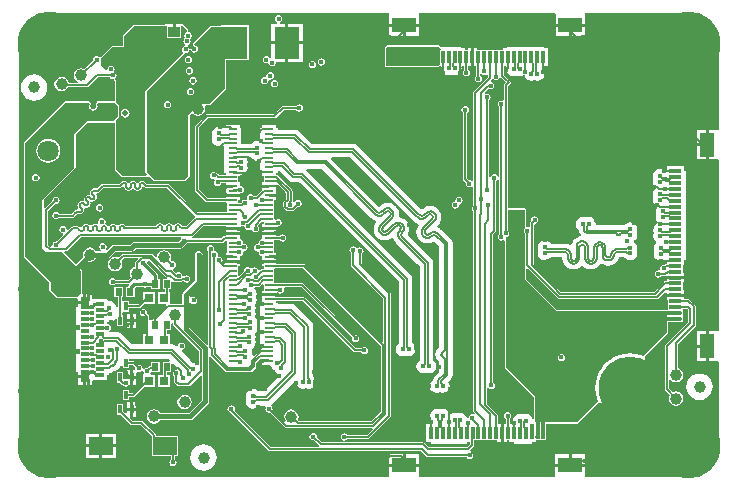
<source format=gtl>
G04*
G04 #@! TF.GenerationSoftware,Altium Limited,Altium Designer,20.0.13 (296)*
G04*
G04 Layer_Physical_Order=1*
G04 Layer_Color=255*
%FSLAX44Y44*%
%MOMM*%
G71*
G01*
G75*
%ADD18C,0.2540*%
%ADD19R,2.1590X2.7430*%
%ADD20R,1.0000X0.9000*%
%ADD21R,0.3000X1.0000*%
%ADD22R,2.0000X1.3000*%
%ADD23R,1.3000X2.0000*%
%ADD24R,1.0000X0.3000*%
%ADD25R,0.5500X0.6500*%
%ADD26R,0.3000X0.7100*%
%ADD27R,0.7000X0.3000*%
%ADD28R,0.7000X1.0000*%
%ADD29R,0.7000X0.1800*%
%ADD30R,0.8000X0.8000*%
%ADD31R,2.0000X1.5000*%
%ADD58C,0.1270*%
%ADD59C,1.0000*%
%ADD60C,0.1778*%
%ADD61C,0.1580*%
%ADD62C,0.3048*%
%ADD63C,1.0160*%
%ADD64C,0.3810*%
%ADD65C,0.2032*%
%ADD66C,0.2500*%
%ADD67C,0.1524*%
%ADD68C,0.5080*%
%ADD69C,1.3680*%
%ADD70R,1.3680X1.3680*%
%ADD71C,5.3000*%
%ADD72C,5.5000*%
%ADD73O,1.9000X1.1000*%
%ADD74O,2.4000X1.1000*%
%ADD75C,1.8000*%
%ADD76O,2.5000X4.5000*%
%ADD77O,2.5000X5.0000*%
%ADD78O,4.5000X2.5000*%
%ADD79C,0.4064*%
%ADD80C,0.5080*%
G36*
X575106Y395669D02*
X578413Y394782D01*
X581575Y393473D01*
X584540Y391761D01*
X587256Y389677D01*
X589677Y387256D01*
X591761Y384540D01*
X593472Y381575D01*
X594783Y378413D01*
X595669Y375106D01*
X596115Y371712D01*
X596115Y370000D01*
Y298646D01*
X595540Y297614D01*
X594845Y297614D01*
X587770D01*
Y285074D01*
Y272534D01*
X594845D01*
X595540Y272534D01*
X596115Y271502D01*
Y128072D01*
X595540Y127040D01*
X594845Y127040D01*
X587770D01*
Y114500D01*
Y101960D01*
X594845D01*
X595540Y101960D01*
X596115Y100928D01*
Y30000D01*
Y28288D01*
X595669Y24894D01*
X594783Y21587D01*
X593473Y18425D01*
X591761Y15460D01*
X589677Y12744D01*
X587256Y10323D01*
X584540Y8239D01*
X581575Y6528D01*
X578413Y5217D01*
X575106Y4331D01*
X571712Y3884D01*
X483774D01*
X482825Y4660D01*
X482825Y5155D01*
Y12430D01*
X470285D01*
X457745D01*
Y5155D01*
X457745Y4660D01*
X456796Y3884D01*
X343204D01*
X342255Y4660D01*
X342255Y5155D01*
Y12430D01*
X329715D01*
X317175D01*
Y5155D01*
X317175Y4660D01*
X316226Y3884D01*
X28288D01*
X24894Y4331D01*
X21587Y5217D01*
X18425Y6528D01*
X15460Y8239D01*
X12744Y10323D01*
X10323Y12744D01*
X8239Y15460D01*
X6528Y18425D01*
X5217Y21587D01*
X4331Y24894D01*
X3884Y28288D01*
Y30000D01*
Y370000D01*
Y371712D01*
X4331Y375106D01*
X5217Y378413D01*
X6528Y381575D01*
X8239Y384540D01*
X10323Y387256D01*
X12744Y389677D01*
X15460Y391761D01*
X18425Y393472D01*
X21587Y394783D01*
X24894Y395669D01*
X28288Y396115D01*
X30000Y396115D01*
X317138Y396115D01*
X317390Y394845D01*
Y387180D01*
X329930D01*
X342470D01*
Y394845D01*
X342470Y394950D01*
X342722Y396115D01*
X457708Y396115D01*
X457960Y394845D01*
Y387180D01*
X470500D01*
X483040D01*
Y394845D01*
X483040Y394950D01*
X483292Y396115D01*
X570000D01*
X571712D01*
X575106Y395669D01*
D02*
G37*
%LPC*%
G36*
X142540Y387540D02*
X136270D01*
Y380500D01*
X133730D01*
Y387540D01*
X127460D01*
Y386714D01*
X101069Y386714D01*
X100291Y386392D01*
X92078Y378179D01*
X91756Y377402D01*
Y368744D01*
X83098D01*
X82321Y368422D01*
X73173Y359274D01*
X71786Y359202D01*
X71545Y359299D01*
X70689Y359871D01*
X69500Y360108D01*
X68311Y359871D01*
X67302Y359198D01*
X66629Y358189D01*
X66392Y357000D01*
X66490Y356508D01*
X58993Y349010D01*
X58347Y349441D01*
X56000Y349908D01*
X53653Y349441D01*
X51663Y348112D01*
X50333Y346122D01*
X49866Y343775D01*
X50333Y341427D01*
X51663Y339437D01*
X53450Y338243D01*
X53376Y337347D01*
X53239Y336973D01*
X45805D01*
X45478Y338617D01*
X44148Y340607D01*
X42158Y341937D01*
X39811Y342404D01*
X37463Y341937D01*
X35473Y340607D01*
X34144Y338617D01*
X33677Y336270D01*
X34144Y333923D01*
X35473Y331933D01*
X37463Y330603D01*
X39811Y330136D01*
X42158Y330603D01*
X44148Y331933D01*
X45266Y333606D01*
X61292D01*
X61936Y333734D01*
X62482Y334099D01*
X70474Y342091D01*
X80629D01*
X80972Y341577D01*
X81980Y340903D01*
X82851Y340730D01*
X84018Y340229D01*
X84160Y339887D01*
X84267Y339532D01*
X84318Y339505D01*
X84340Y339452D01*
X84901Y338890D01*
Y321919D01*
X84501Y321652D01*
X70445D01*
X70292Y321589D01*
X70126Y321605D01*
X69917Y321433D01*
X69668Y321330D01*
X69604Y321176D01*
X69475Y321071D01*
X68797Y319801D01*
X68780Y319635D01*
X68688Y319497D01*
X68741Y319232D01*
X68714Y318963D01*
X68820Y318835D01*
X68852Y318672D01*
X69013Y318431D01*
X69204Y317473D01*
X69013Y316514D01*
X68470Y315702D01*
X67657Y315159D01*
X66699Y314968D01*
X65741Y315159D01*
X64928Y315702D01*
X64385Y316514D01*
X64195Y317473D01*
X64385Y318431D01*
X64546Y318672D01*
X64578Y318835D01*
X64684Y318963D01*
X64658Y319232D01*
X64710Y319497D01*
X64618Y319635D01*
X64601Y319801D01*
X63923Y321071D01*
X63794Y321176D01*
X63730Y321330D01*
X63481Y321433D01*
X63272Y321605D01*
X63106Y321589D01*
X62953Y321652D01*
X42849D01*
X42072Y321330D01*
X8009Y287268D01*
X7687Y286490D01*
Y190675D01*
X8009Y189898D01*
X29400Y168507D01*
Y161647D01*
X29722Y160870D01*
X35370Y155222D01*
X36147Y154900D01*
X53000D01*
X53460Y154593D01*
Y152270D01*
X58230D01*
Y158540D01*
X57583D01*
X57206Y159106D01*
Y177894D01*
X56883Y178672D01*
X55883Y179672D01*
X62298Y186086D01*
X63901Y185767D01*
X66248Y186234D01*
X68238Y187564D01*
X69146Y188923D01*
X78358D01*
X79498Y189149D01*
X80464Y189795D01*
X85152Y194483D01*
X98770D01*
X99909Y194710D01*
X100876Y195356D01*
X102542Y197022D01*
X139998D01*
X141137Y197248D01*
X142104Y197894D01*
X145144Y200935D01*
X145696Y201303D01*
X145780Y201429D01*
X175301D01*
X175301Y201429D01*
X176094Y201587D01*
X176766Y202036D01*
X178658Y203928D01*
X178819D01*
X180084Y203916D01*
Y201186D01*
X180084Y200084D01*
X180084D01*
Y199916D01*
X180084D01*
Y196084D01*
X180084Y196084D01*
Y195916D01*
X180084D01*
X180084Y194814D01*
Y193440D01*
X178560D01*
Y191270D01*
X184600D01*
Y188730D01*
X178560D01*
Y187270D01*
X184600D01*
X190640D01*
Y190944D01*
X191567Y191129D01*
X192575Y191803D01*
X193249Y192811D01*
X193433Y193736D01*
X193715Y194205D01*
X194585Y194983D01*
X195317Y195129D01*
X196325Y195802D01*
X196999Y196811D01*
X197236Y198000D01*
X196999Y199189D01*
X196325Y200198D01*
X195317Y200871D01*
X194585Y201017D01*
X193715Y201795D01*
X193433Y202264D01*
X193249Y203189D01*
X192575Y204198D01*
X191567Y204871D01*
X191371Y204910D01*
X190534Y206335D01*
X190615Y206560D01*
X190640D01*
Y208730D01*
X184600D01*
X178560D01*
Y208072D01*
X177800D01*
X177007Y207914D01*
X176335Y207465D01*
X176335Y207465D01*
X174443Y205573D01*
X150281D01*
X150227Y206821D01*
X150871Y206949D01*
X151418Y207314D01*
X160421Y216317D01*
X178560D01*
Y215270D01*
X184600D01*
X190640D01*
Y215384D01*
X191759Y216096D01*
X191910Y216109D01*
X193000Y215892D01*
X193690Y216029D01*
X194293Y216015D01*
X195055Y215180D01*
X195129Y214811D01*
X195802Y213803D01*
X196811Y213129D01*
X198000Y212892D01*
X199189Y213129D01*
X199702Y213472D01*
X201042Y213036D01*
X201093Y212990D01*
X201128Y212810D01*
X201802Y211802D01*
X202810Y211128D01*
X204000Y210892D01*
X205189Y211128D01*
X206197Y211802D01*
X206871Y212810D01*
X207107Y214000D01*
X206871Y215189D01*
X206197Y216197D01*
X206141Y216761D01*
X209614Y220233D01*
X210145Y220184D01*
X210884Y219916D01*
X210884Y218814D01*
Y217440D01*
X209360D01*
Y215270D01*
X215400D01*
X221833D01*
X222710Y215950D01*
X223000Y215892D01*
X224189Y216129D01*
X225198Y216803D01*
X225871Y217811D01*
X226108Y219000D01*
X225871Y220189D01*
X225198Y221197D01*
X224189Y221871D01*
X223000Y222108D01*
X221811Y221871D01*
X221186Y221454D01*
X219982Y221955D01*
X219916Y222016D01*
X219916Y223916D01*
X219916Y225186D01*
Y227916D01*
X219916D01*
Y228084D01*
X219916Y228084D01*
X219916Y231916D01*
X219916Y233186D01*
Y235916D01*
X219916Y235916D01*
Y236084D01*
X219916D01*
X219916Y237186D01*
Y238560D01*
X221440D01*
Y240730D01*
X215400D01*
Y243270D01*
X221440D01*
Y245440D01*
X221440D01*
Y246560D01*
X221440D01*
Y250616D01*
X222710Y251142D01*
X230000Y243853D01*
Y239172D01*
X228127Y237299D01*
X227762Y236753D01*
X227634Y236108D01*
Y232474D01*
X227762Y231830D01*
X228127Y231284D01*
X230284Y229127D01*
X230830Y228762D01*
X231474Y228634D01*
X235317D01*
X235961Y228762D01*
X236507Y229127D01*
X239394Y232013D01*
X240000Y231892D01*
X241189Y232129D01*
X242197Y232803D01*
X242871Y233811D01*
X243108Y235000D01*
X242871Y236189D01*
X242197Y237197D01*
X241189Y237871D01*
X240000Y238108D01*
X238811Y237871D01*
X237803Y237197D01*
X237160Y236236D01*
X237074Y236177D01*
X235776Y235898D01*
X235601Y236064D01*
X235328Y236590D01*
X235524Y236883D01*
X235652Y237528D01*
Y245497D01*
X235524Y246141D01*
X235159Y246687D01*
X222656Y259190D01*
X222110Y259555D01*
X221466Y259683D01*
X221440D01*
Y261290D01*
X222710D01*
Y262325D01*
X224907D01*
X232436Y254795D01*
X232436Y254795D01*
X233907Y253813D01*
X235641Y253468D01*
X235641Y253468D01*
X240833D01*
X304799Y189502D01*
X304799Y189502D01*
X325502Y168800D01*
Y116682D01*
X324425Y115962D01*
X323134Y114030D01*
X322680Y111750D01*
X323134Y109471D01*
X324425Y107538D01*
X326357Y106247D01*
X328637Y105794D01*
X330916Y106247D01*
X331177Y106421D01*
X331437Y106247D01*
X333717Y105794D01*
X335996Y106247D01*
X337928Y107538D01*
X339220Y109471D01*
X339673Y111750D01*
X339220Y114030D01*
X337928Y115962D01*
X336852Y116682D01*
Y171624D01*
X336507Y173358D01*
X335524Y174829D01*
X335524Y174829D01*
X311283Y199070D01*
X311283Y199070D01*
X247076Y263276D01*
X247275Y264108D01*
X247568Y264546D01*
X260486D01*
X301249Y223783D01*
X302098Y222930D01*
X302098Y222910D01*
X302098Y222910D01*
X302112Y222889D01*
X302132Y222875D01*
X302142Y222885D01*
X302207Y222848D01*
X303074Y222187D01*
X304069Y221424D01*
X305795Y220709D01*
X306266Y219475D01*
X306252Y219218D01*
X305428Y218145D01*
X304494Y215890D01*
X304175Y213469D01*
X304494Y211049D01*
X305428Y208794D01*
X306914Y206857D01*
X308851Y205371D01*
X311106Y204437D01*
X313526Y204118D01*
X315946Y204437D01*
X318202Y205371D01*
X319275Y206195D01*
X319532Y206210D01*
X320766Y205738D01*
X321481Y204013D01*
X322912Y202148D01*
X322966Y202067D01*
X339253Y185780D01*
X340096Y184913D01*
Y184912D01*
X340110Y184891D01*
X340131Y184877D01*
X341039Y183994D01*
X342970Y182062D01*
Y102180D01*
X341957Y101503D01*
X340666Y99571D01*
X340212Y97291D01*
X340666Y95012D01*
X341957Y93080D01*
X343889Y91789D01*
X346169Y91335D01*
X348448Y91789D01*
X348645Y91920D01*
X348842Y91789D01*
X351122Y91335D01*
X353401Y91789D01*
X355334Y93080D01*
X356625Y95012D01*
X357078Y97291D01*
X356625Y99571D01*
X355334Y101503D01*
X354320Y102180D01*
Y184887D01*
X353975Y186621D01*
X352993Y188091D01*
X352993Y188091D01*
X349409Y191675D01*
X349409Y191675D01*
X349026Y192058D01*
X348182Y192926D01*
Y192927D01*
X348168Y192948D01*
X348147Y192962D01*
X347240Y193844D01*
X332252Y208832D01*
X332818Y209571D01*
X333753Y211826D01*
X334071Y214246D01*
X333753Y216667D01*
X332818Y218922D01*
X331332Y220858D01*
X329396Y222344D01*
X327140Y223279D01*
X326084Y223418D01*
X325146Y224822D01*
X325348Y226357D01*
X325029Y228777D01*
X324095Y231033D01*
X323533Y231765D01*
X322949Y232640D01*
X322614Y232974D01*
X322279Y233309D01*
X321404Y233894D01*
X320672Y234455D01*
X318417Y235390D01*
X315997Y235708D01*
X313577Y235390D01*
X311321Y234455D01*
X309456Y233024D01*
X309376Y232971D01*
X308745Y232339D01*
X267932Y273152D01*
X268419Y274325D01*
X284016D01*
X336828Y221512D01*
X337170Y221171D01*
X338056Y220260D01*
X338070Y220239D01*
X338090Y220225D01*
X338100Y220235D01*
X338165Y220198D01*
X339032Y219537D01*
X340027Y218774D01*
X341753Y218059D01*
X342224Y216825D01*
X342210Y216568D01*
X341386Y215495D01*
X340452Y213240D01*
X340133Y210819D01*
X340452Y208399D01*
X341386Y206144D01*
X342872Y204207D01*
X344809Y202721D01*
X347064Y201787D01*
X349484Y201469D01*
X351904Y201787D01*
X354160Y202721D01*
X354986Y203355D01*
X359652Y198689D01*
Y124460D01*
Y112959D01*
X357919Y111802D01*
X356544Y109743D01*
X356061Y107315D01*
X356544Y104887D01*
X357919Y102829D01*
X359652Y101671D01*
Y92838D01*
X355652Y88839D01*
X354670Y87368D01*
X354326Y85640D01*
X353312Y84962D01*
X352020Y83029D01*
X351567Y80750D01*
X352020Y78471D01*
X353312Y76538D01*
X355244Y75247D01*
X357523Y74794D01*
X359803Y75247D01*
X360000Y75379D01*
X360197Y75247D01*
X362477Y74794D01*
X364756Y75247D01*
X366688Y76538D01*
X367980Y78471D01*
X368433Y80750D01*
X367980Y83029D01*
X367145Y84279D01*
X369674Y86809D01*
X370657Y88279D01*
X371002Y90014D01*
Y201513D01*
X371002Y201513D01*
X370657Y203247D01*
X369674Y204718D01*
X366317Y208075D01*
X366317Y208075D01*
X361741Y212651D01*
X361736Y212654D01*
X361733Y212659D01*
X361402Y212990D01*
X361402Y212990D01*
X360527Y213575D01*
X359795Y214136D01*
X358112Y214834D01*
X357726Y216244D01*
X358568Y217086D01*
X358622Y217166D01*
X360053Y219032D01*
X360987Y221287D01*
X361306Y223707D01*
X360987Y226127D01*
X360053Y228383D01*
X359491Y229115D01*
X358907Y229990D01*
X358572Y230324D01*
X358237Y230659D01*
X357362Y231244D01*
X356630Y231805D01*
X354375Y232740D01*
X351955Y233058D01*
X349535Y232740D01*
X347279Y231805D01*
X345414Y230374D01*
X345334Y230321D01*
X344703Y229689D01*
X290044Y284348D01*
X288574Y285330D01*
X286840Y285675D01*
X251709D01*
X241010Y296374D01*
X239539Y297357D01*
X237805Y297702D01*
X225473D01*
X225473Y297702D01*
X225339Y297675D01*
X222710D01*
Y298710D01*
X221440D01*
Y301440D01*
X209360D01*
Y298710D01*
X208090D01*
Y289004D01*
X206820Y288117D01*
X205232Y288433D01*
X202953Y287980D01*
X201020Y286688D01*
X200343Y285675D01*
X191910D01*
Y298710D01*
X190640D01*
Y301440D01*
X178560D01*
Y298710D01*
X177290D01*
X176226Y299206D01*
X175068Y299979D01*
X172789Y300433D01*
X170510Y299979D01*
X168577Y298688D01*
X167286Y296756D01*
X166833Y294477D01*
X167286Y292197D01*
X167418Y292000D01*
X167286Y291803D01*
X166833Y289524D01*
X167286Y287244D01*
X168577Y285312D01*
X170510Y284021D01*
X172789Y283567D01*
X175068Y284021D01*
X176020Y284656D01*
X177290Y283977D01*
Y273290D01*
Y261290D01*
X178560D01*
Y259683D01*
X173227D01*
X172757Y260153D01*
X172211Y260518D01*
X171567Y260646D01*
X171275D01*
X170854Y261278D01*
X169845Y261951D01*
X168656Y262188D01*
X167467Y261951D01*
X166458Y261278D01*
X165785Y260269D01*
X165548Y259080D01*
X165785Y257891D01*
X166458Y256882D01*
X167467Y256209D01*
X168656Y255972D01*
X168933Y256027D01*
X169578Y254861D01*
X169128Y254189D01*
X168892Y252999D01*
X169128Y251810D01*
X169802Y250802D01*
X170810Y250128D01*
X172000Y249892D01*
X173189Y250128D01*
X174197Y250802D01*
X174871Y251810D01*
X174972Y252317D01*
X178560D01*
Y251270D01*
X184600D01*
Y248730D01*
X178560D01*
Y246560D01*
X178560D01*
Y245440D01*
X178560D01*
Y243270D01*
X184600D01*
X190640D01*
Y243597D01*
X191000Y243892D01*
X192189Y244128D01*
X193197Y244802D01*
X193871Y245810D01*
X194107Y246999D01*
X193871Y248189D01*
X193197Y249197D01*
X192189Y249871D01*
X191000Y250107D01*
X190640Y250402D01*
Y253440D01*
X190014D01*
X189116Y254338D01*
X189116Y255916D01*
X189116Y257186D01*
Y258560D01*
X190640D01*
Y258993D01*
X191262Y259504D01*
X193542Y259957D01*
X195474Y261248D01*
X196765Y263181D01*
X197218Y265460D01*
X196765Y267740D01*
X196591Y268000D01*
X196765Y268261D01*
X197218Y270540D01*
X196765Y272819D01*
X196508Y273205D01*
X197106Y274325D01*
X200343D01*
X201020Y273312D01*
X202953Y272020D01*
X205232Y271567D01*
X206820Y271883D01*
X208090Y270996D01*
Y261290D01*
X209360D01*
Y258560D01*
X210884D01*
Y256084D01*
X210884D01*
Y255916D01*
X210884D01*
Y253440D01*
X209360D01*
Y251270D01*
X215400D01*
Y248730D01*
X209360D01*
Y246741D01*
X204303Y241683D01*
X202541D01*
X202197Y242197D01*
X201189Y242871D01*
X200000Y243108D01*
X198811Y242871D01*
X197803Y242197D01*
X197129Y241189D01*
X196892Y240000D01*
X197012Y239396D01*
X196683Y239002D01*
X195949Y238465D01*
X195005Y238652D01*
X193816Y238416D01*
X192808Y237742D01*
X192134Y236734D01*
X191925Y235683D01*
X190220D01*
X189116Y236084D01*
X189116Y237186D01*
Y238560D01*
X190640D01*
Y240730D01*
X184600D01*
X178560D01*
Y239683D01*
X163697D01*
X155683Y247697D01*
Y299303D01*
X163697Y307317D01*
X220000D01*
X220644Y307445D01*
X221190Y307810D01*
X227697Y314317D01*
X238459D01*
X238803Y313803D01*
X239811Y313129D01*
X241000Y312892D01*
X242189Y313129D01*
X243197Y313803D01*
X243871Y314811D01*
X244108Y316000D01*
X243871Y317189D01*
X243197Y318197D01*
X242189Y318871D01*
X241000Y319108D01*
X239811Y318871D01*
X238803Y318197D01*
X238459Y317683D01*
X227000D01*
X226356Y317555D01*
X225810Y317190D01*
X219303Y310683D01*
X163000D01*
X162356Y310555D01*
X161810Y310190D01*
X152810Y301190D01*
X152445Y300644D01*
X152317Y300000D01*
Y247000D01*
X152445Y246356D01*
X152810Y245810D01*
X161810Y236810D01*
X162356Y236445D01*
X163000Y236317D01*
X178980D01*
X180084Y235916D01*
X180084Y234814D01*
X180084Y232084D01*
X180084Y230814D01*
X180084Y228084D01*
X178980Y227683D01*
X154770D01*
X131035Y251418D01*
X130489Y251783D01*
X129845Y251911D01*
X111446D01*
X111331Y252488D01*
X110672Y253475D01*
X109684Y254134D01*
X108637Y254343D01*
X108520Y254366D01*
X107377D01*
D01*
X107277Y254346D01*
X106213Y254134D01*
X105225Y253475D01*
X104844Y252904D01*
X104784Y252882D01*
X103493D01*
X103433Y252904D01*
X103052Y253475D01*
X102065Y254134D01*
X101017Y254343D01*
X100900Y254366D01*
X99757D01*
D01*
X99657Y254346D01*
X98593Y254134D01*
X97605Y253475D01*
X97261Y252960D01*
X97108Y252913D01*
X95845Y252968D01*
X95432Y253586D01*
X94445Y254245D01*
X93397Y254454D01*
X93280Y254477D01*
X92137D01*
D01*
X92037Y254457D01*
X90972Y254245D01*
X89985Y253586D01*
X89326Y252599D01*
X89189Y251911D01*
X74486D01*
X73842Y251783D01*
X73295Y251418D01*
X69415Y247538D01*
X68832Y247927D01*
X67667Y248159D01*
X66503Y247927D01*
X65615Y247334D01*
X65516Y247268D01*
Y247268D01*
X64707Y246459D01*
X64708D01*
X64651Y246375D01*
X64048Y245472D01*
X63816Y244308D01*
X63950Y243635D01*
X63923Y243576D01*
X63011Y242664D01*
X62952Y242637D01*
X62279Y242771D01*
X61115Y242539D01*
X60227Y241946D01*
X60128Y241879D01*
Y241879D01*
X59319Y241071D01*
X59319D01*
X59263Y240987D01*
X58660Y240084D01*
X58428Y238919D01*
X58562Y238246D01*
X58535Y238188D01*
X57623Y237276D01*
X57564Y237249D01*
X56891Y237383D01*
X55727Y237151D01*
X54839Y236558D01*
X54739Y236491D01*
Y236491D01*
X53931Y235683D01*
X53931D01*
X53875Y235599D01*
X53272Y234696D01*
X53040Y233531D01*
X53272Y232367D01*
X53902Y231423D01*
X53855Y231229D01*
X53305Y230247D01*
X53299Y230248D01*
X52252Y230040D01*
X52184Y230027D01*
X51239Y229395D01*
X51256Y229378D01*
X48561Y226683D01*
X37541D01*
X37197Y227197D01*
X36189Y227871D01*
X35000Y228108D01*
X33811Y227871D01*
X32803Y227197D01*
X32129Y226189D01*
X31892Y225000D01*
X32129Y223811D01*
X32803Y222803D01*
X33811Y222129D01*
X35000Y221892D01*
X36189Y222129D01*
X37197Y222803D01*
X37541Y223317D01*
X49258D01*
X49902Y223445D01*
X50448Y223810D01*
X53348Y226709D01*
X53931Y226320D01*
X55095Y226088D01*
X56260Y226320D01*
X57147Y226913D01*
X57247Y226979D01*
Y226979D01*
X58055Y227787D01*
X58055D01*
X58112Y227872D01*
X58715Y228775D01*
X58946Y229939D01*
X58812Y230612D01*
X58840Y230671D01*
X59752Y231583D01*
X59810Y231610D01*
X60483Y231476D01*
X61648Y231708D01*
X62536Y232301D01*
X62635Y232367D01*
Y232367D01*
X63443Y233176D01*
X63443D01*
X63500Y233260D01*
X64103Y234163D01*
X64335Y235327D01*
X64201Y236000D01*
X64228Y236059D01*
X65140Y236971D01*
X65198Y236998D01*
X65872Y236864D01*
X67036Y237096D01*
X67924Y237689D01*
X68023Y237756D01*
X68023D01*
X68830Y238563D01*
X68832Y238564D01*
X68832Y238564D01*
X69491Y239551D01*
X69723Y240715D01*
X69491Y241880D01*
X68861Y242823D01*
X68908Y243018D01*
X69458Y243999D01*
X69464Y243998D01*
X70511Y244207D01*
X70578Y244220D01*
X71524Y244852D01*
X71507Y244868D01*
X75183Y248544D01*
X89597D01*
Y248521D01*
X90712Y248742D01*
X90769Y248781D01*
X91657Y249374D01*
X91660Y249379D01*
X92511Y249214D01*
X92931Y248995D01*
X93136Y247968D01*
X93795Y246981D01*
X94782Y246321D01*
X95830Y246113D01*
X95947Y246089D01*
X97090D01*
D01*
X97190Y246109D01*
X98254Y246321D01*
X99242Y246981D01*
X99623Y247551D01*
X99683Y247573D01*
X100974D01*
X101034Y247551D01*
X101415Y246981D01*
X102402Y246321D01*
X103450Y246113D01*
X103567Y246089D01*
X104710D01*
D01*
X104810Y246109D01*
X105875Y246321D01*
X106862Y246981D01*
X107521Y247968D01*
X107726Y248995D01*
X108146Y249214D01*
X108997Y249379D01*
X109000Y249374D01*
X109888Y248781D01*
X109945Y248742D01*
X111060Y248521D01*
Y248544D01*
X129147D01*
X152882Y224810D01*
X152920Y224784D01*
X152995Y224447D01*
X152893Y223355D01*
X152647Y223190D01*
X145197Y215741D01*
X141794D01*
X141657Y216428D01*
X140997Y217416D01*
X140010Y218075D01*
X138963Y218283D01*
X138846Y218307D01*
X137703D01*
D01*
X137603Y218287D01*
X136538Y218075D01*
X135551Y217416D01*
X135170Y216845D01*
X135109Y216823D01*
X133819D01*
X133759Y216845D01*
X133378Y217416D01*
X132390Y218075D01*
X131343Y218283D01*
X131226Y218307D01*
X130083D01*
D01*
X129983Y218287D01*
X128918Y218075D01*
X127931Y217416D01*
X127550Y216845D01*
X127489Y216823D01*
X126199D01*
X126139Y216845D01*
X125758Y217416D01*
X124770Y218075D01*
X123723Y218283D01*
X123606Y218307D01*
X122463D01*
D01*
X122363Y218287D01*
X121298Y218075D01*
X120311Y217416D01*
X119651Y216428D01*
X119515Y215741D01*
X94433D01*
X94350Y216157D01*
X93691Y217145D01*
X92703Y217804D01*
X91656Y218013D01*
X91539Y218036D01*
X90396D01*
D01*
X90296Y218016D01*
X89231Y217804D01*
X88244Y217145D01*
X87863Y216574D01*
X87802Y216552D01*
X86512D01*
X86452Y216574D01*
X86070Y217145D01*
X85083Y217804D01*
X84036Y218013D01*
X83919Y218036D01*
X82776D01*
D01*
X82676Y218016D01*
X81611Y217804D01*
X80624Y217145D01*
X80139Y216418D01*
X79147Y216243D01*
X78696Y216291D01*
X78450Y216659D01*
X77515Y217284D01*
X77451Y217338D01*
X76761Y218442D01*
X76795Y218614D01*
X76998Y219631D01*
X76761Y220821D01*
X76087Y221829D01*
X75079Y222503D01*
X73890Y222739D01*
X72701Y222503D01*
X71692Y221829D01*
X71019Y220821D01*
X70782Y219631D01*
X70995Y218562D01*
X70734Y218243D01*
X69977Y217715D01*
X69843Y217804D01*
X68796Y218013D01*
X68679Y218036D01*
X67536D01*
D01*
X67436Y218016D01*
X66371Y217804D01*
X65384Y217145D01*
X65003Y216574D01*
X64942Y216552D01*
X63652D01*
X63592Y216574D01*
X63211Y217145D01*
X62223Y217804D01*
X61176Y218013D01*
X61059Y218036D01*
X59916D01*
D01*
X59816Y218016D01*
X58751Y217804D01*
X57764Y217145D01*
X57104Y216157D01*
X56925Y215253D01*
X56152Y214942D01*
X55629Y214906D01*
X55626Y214911D01*
X54738Y215504D01*
X54681Y215543D01*
X53566Y215764D01*
Y215741D01*
X49057D01*
X48413Y215612D01*
X47867Y215248D01*
X45349Y212729D01*
X44762Y212857D01*
X44061Y213237D01*
X43871Y214189D01*
X43197Y215198D01*
X42189Y215871D01*
X41000Y216108D01*
X39811Y215871D01*
X38802Y215198D01*
X38129Y214189D01*
X37892Y213000D01*
X38129Y211811D01*
X38802Y210802D01*
X39811Y210129D01*
X40763Y209939D01*
X41143Y209238D01*
X41271Y208651D01*
X35607Y202987D01*
X35000Y203108D01*
X33811Y202871D01*
X32803Y202197D01*
X32129Y201189D01*
X31892Y200000D01*
X31964Y199637D01*
X31149Y198488D01*
X30134Y198397D01*
X28233Y200297D01*
Y228853D01*
X34393Y235013D01*
X35000Y234892D01*
X36189Y235129D01*
X37197Y235802D01*
X37871Y236811D01*
X38108Y238000D01*
X37871Y239189D01*
X37197Y240198D01*
X36189Y240871D01*
X35000Y241108D01*
X33811Y240871D01*
X32803Y240198D01*
X32129Y239189D01*
X31892Y238000D01*
X32013Y237393D01*
X25905Y231286D01*
X24635Y231812D01*
Y238080D01*
X51383Y264827D01*
X51705Y265605D01*
Y293780D01*
X61477Y303553D01*
X83134D01*
X83631Y303759D01*
X84901Y303205D01*
Y264518D01*
X85223Y263740D01*
X91080Y257883D01*
X91857Y257561D01*
X111416D01*
X111559Y257621D01*
X111712Y257602D01*
X111934Y257776D01*
X112194Y257883D01*
X112861Y258188D01*
X113585Y258288D01*
X117651Y254222D01*
X118429Y253900D01*
X130000D01*
X130250Y253867D01*
X130500Y253900D01*
X136414D01*
X136711Y254023D01*
X137025Y254086D01*
X137042Y254097D01*
X138000Y254287D01*
X138958Y254097D01*
X138975Y254086D01*
X139290Y254023D01*
X139586Y253900D01*
X143499D01*
X144276Y254222D01*
X147778Y257724D01*
X148100Y258501D01*
X148100Y309779D01*
X149593Y311272D01*
X150820Y311151D01*
X152809Y309821D01*
X155157Y309354D01*
X157504Y309821D01*
X159494Y311151D01*
X160824Y313141D01*
X161291Y315488D01*
X160974Y317078D01*
X161892Y318349D01*
X164568D01*
X165346Y318671D01*
X179016Y332341D01*
X179338Y333118D01*
X179338Y356486D01*
X198144D01*
Y385948D01*
X174522D01*
Y385640D01*
X166101D01*
X165323Y385318D01*
X151110Y371104D01*
X151089Y371054D01*
X151041Y371029D01*
X151041Y371028D01*
X150931Y370672D01*
X150787Y370326D01*
X150808Y370277D01*
X150792Y370225D01*
X150813Y369997D01*
X150813Y369997D01*
X150899Y369833D01*
X150905Y369648D01*
X151384Y368581D01*
X151454Y368514D01*
X151473Y368420D01*
X151752Y368233D01*
X151996Y368003D01*
X152093Y368006D01*
X152173Y367952D01*
X152760Y367835D01*
X153405Y367405D01*
X153835Y366760D01*
X153987Y366000D01*
X153835Y365240D01*
X153405Y364595D01*
X152760Y364165D01*
X152000Y364013D01*
X151240Y364165D01*
X150595Y364595D01*
X150165Y365240D01*
X150106Y365536D01*
X149928Y365803D01*
X149805Y366099D01*
X149701Y366142D01*
X149638Y366236D01*
X149324Y366298D01*
X149027Y366421D01*
X147732D01*
X147656Y366462D01*
X147571Y366889D01*
X146897Y367897D01*
X146569Y368117D01*
X146837Y369465D01*
X147189Y369535D01*
X148197Y370209D01*
X148871Y371217D01*
X149108Y372406D01*
X148871Y373596D01*
X149024Y375162D01*
X149698Y376170D01*
X149935Y377359D01*
X149698Y378549D01*
X149024Y379557D01*
X148016Y380230D01*
X147165Y380400D01*
X147181Y382321D01*
X147179Y382325D01*
X147181Y382330D01*
X147022Y382714D01*
X146865Y383101D01*
X146860Y383103D01*
X146859Y383107D01*
X143574Y386392D01*
X142796Y386714D01*
X142540D01*
Y387540D01*
D02*
G37*
G36*
X483040Y384640D02*
X471770D01*
Y376870D01*
X483040D01*
Y384640D01*
D02*
G37*
G36*
X469230D02*
X457960D01*
Y376870D01*
X469230D01*
Y384640D01*
D02*
G37*
G36*
X342470D02*
X331200D01*
Y376870D01*
X342470D01*
Y384640D01*
D02*
G37*
G36*
X328660D02*
X317390D01*
Y376870D01*
X328660D01*
Y384640D01*
D02*
G37*
G36*
X243868Y387472D02*
X231803D01*
Y372487D01*
X243868D01*
Y387472D01*
D02*
G37*
G36*
X223500Y394607D02*
X222311Y394370D01*
X221303Y393697D01*
X220629Y392688D01*
X220392Y391499D01*
X220629Y390310D01*
X221303Y389302D01*
X222140Y388742D01*
X222123Y388059D01*
X221929Y387472D01*
X217198D01*
Y372487D01*
X229263D01*
Y387472D01*
X225071D01*
X224877Y388059D01*
X224860Y388742D01*
X225697Y389302D01*
X226371Y390310D01*
X226608Y391499D01*
X226371Y392688D01*
X225697Y393697D01*
X224689Y394370D01*
X223500Y394607D01*
D02*
G37*
G36*
X447810Y367720D02*
X417190D01*
Y366450D01*
X413460D01*
Y364926D01*
X391540D01*
Y366450D01*
X388770D01*
Y358910D01*
Y351370D01*
X390817D01*
Y343339D01*
X390303Y342995D01*
X389629Y341987D01*
X389392Y340798D01*
X389629Y339609D01*
X390303Y338601D01*
X391311Y337927D01*
X392500Y337690D01*
X393689Y337927D01*
X394697Y338601D01*
X395371Y339609D01*
X395608Y340798D01*
X395371Y341987D01*
X394697Y342995D01*
X394305Y343257D01*
X394336Y344505D01*
X394829Y344765D01*
X395453Y344926D01*
X396321Y344347D01*
X397510Y344110D01*
X398699Y344347D01*
X399547Y344913D01*
X400223Y344730D01*
X400817Y344394D01*
Y341932D01*
X388810Y329925D01*
X388445Y329379D01*
X388317Y328735D01*
Y254808D01*
X387698Y254471D01*
X387047Y254298D01*
X386189Y254871D01*
X385000Y255108D01*
X384394Y254987D01*
X383134Y256247D01*
Y312175D01*
X383648Y312519D01*
X384322Y313527D01*
X384558Y314716D01*
X384322Y315905D01*
X383648Y316914D01*
X382640Y317587D01*
X381450Y317824D01*
X380261Y317587D01*
X379253Y316914D01*
X378579Y315905D01*
X378343Y314716D01*
X378579Y313527D01*
X379253Y312519D01*
X379767Y312175D01*
Y255550D01*
X379895Y254905D01*
X380260Y254359D01*
X382013Y252607D01*
X381892Y252000D01*
X382129Y250811D01*
X382803Y249802D01*
X383811Y249129D01*
X385000Y248892D01*
X386189Y249129D01*
X387047Y249702D01*
X387698Y249529D01*
X388317Y249192D01*
Y233541D01*
X387803Y233197D01*
X387129Y232189D01*
X386892Y231000D01*
X387129Y229811D01*
X387803Y228803D01*
X388317Y228459D01*
Y59500D01*
X388445Y58856D01*
X388810Y58310D01*
X389653Y57467D01*
X388844Y56480D01*
X388689Y56583D01*
X387500Y56820D01*
X386311Y56583D01*
X385303Y55910D01*
X384629Y54901D01*
X384392Y53712D01*
X383556Y53575D01*
Y53575D01*
X383555Y53575D01*
X382884Y54538D01*
X381688Y56328D01*
X379756Y57619D01*
X377477Y58073D01*
X375197Y57619D01*
X375000Y57488D01*
X374803Y57619D01*
X372523Y58073D01*
X370244Y57619D01*
X369413Y57064D01*
X368240Y57550D01*
X368195Y57779D01*
X366903Y59712D01*
X364971Y61003D01*
X362691Y61456D01*
X360412Y61003D01*
X360215Y60871D01*
X360018Y61003D01*
X357738Y61456D01*
X355459Y61003D01*
X353527Y59712D01*
X352235Y57779D01*
X351782Y55500D01*
X352235Y53221D01*
X353527Y51288D01*
X353927Y51021D01*
X353537Y49869D01*
X353240Y49510D01*
X352405D01*
Y48240D01*
X348675D01*
Y33160D01*
X352405D01*
Y31890D01*
X383025D01*
Y33160D01*
X385817D01*
Y31197D01*
X383303Y28683D01*
X350697D01*
X346690Y32690D01*
X346144Y33055D01*
X345500Y33183D01*
X259773D01*
X255717Y37239D01*
X255838Y37846D01*
X255601Y39035D01*
X254928Y40044D01*
X253919Y40717D01*
X252730Y40954D01*
X251541Y40717D01*
X250532Y40044D01*
X249859Y39035D01*
X249622Y37846D01*
X249859Y36657D01*
X250532Y35649D01*
X251541Y34975D01*
X252730Y34738D01*
X253337Y34859D01*
X257742Y30453D01*
X257648Y29863D01*
X257285Y29183D01*
X216800D01*
X186126Y59857D01*
X186197Y59963D01*
X186434Y61152D01*
X186197Y62341D01*
X185523Y63349D01*
X184515Y64023D01*
X183326Y64260D01*
X182137Y64023D01*
X181129Y63349D01*
X180455Y62341D01*
X180218Y61152D01*
X180455Y59963D01*
X181129Y58955D01*
X182137Y58281D01*
X183141Y58081D01*
X214913Y26310D01*
X215459Y25945D01*
X216103Y25817D01*
X343803D01*
X348810Y20810D01*
X349356Y20445D01*
X350000Y20317D01*
X382697D01*
X383041Y19803D01*
X384049Y19129D01*
X385238Y18892D01*
X386427Y19129D01*
X387435Y19803D01*
X388109Y20811D01*
X388346Y22000D01*
X388109Y23189D01*
X387435Y24197D01*
X386427Y24871D01*
X386111Y24934D01*
X385693Y26312D01*
X388690Y29310D01*
X389055Y29856D01*
X389183Y30500D01*
Y34684D01*
X408675D01*
Y33160D01*
X411445D01*
Y40700D01*
Y48240D01*
X409183D01*
Y55500D01*
X409055Y56144D01*
X408690Y56690D01*
X399683Y65697D01*
Y79706D01*
X399975Y79815D01*
X400953Y79917D01*
X401485Y79122D01*
X402493Y78448D01*
X403682Y78212D01*
X404871Y78448D01*
X405880Y79122D01*
X406553Y80130D01*
X406790Y81319D01*
X406553Y82509D01*
X405880Y83517D01*
X405365Y83860D01*
Y208985D01*
X407190Y210810D01*
X407555Y211356D01*
X407683Y212000D01*
Y254459D01*
X408198Y254802D01*
X408871Y255811D01*
X409047Y256693D01*
X410317Y256568D01*
Y209297D01*
X409803Y208953D01*
X409129Y207945D01*
X408892Y206756D01*
X409129Y205567D01*
X409803Y204559D01*
X410811Y203885D01*
X412000Y203648D01*
X413189Y203885D01*
X413630Y204179D01*
X414900Y203501D01*
Y97000D01*
X415222Y96222D01*
X439900Y71544D01*
Y51735D01*
X438630Y51610D01*
X438258Y53482D01*
X436967Y55414D01*
X435034Y56705D01*
X432755Y57159D01*
X430476Y56705D01*
X430215Y56531D01*
X429954Y56705D01*
X427675Y57159D01*
X425396Y56705D01*
X423463Y55414D01*
X422172Y53482D01*
X421718Y51203D01*
X422055Y49510D01*
X421295Y48358D01*
X421111Y48240D01*
X419183D01*
Y52907D01*
X419697Y53250D01*
X420371Y54259D01*
X420608Y55448D01*
X420371Y56637D01*
X419697Y57646D01*
X418689Y58319D01*
X417500Y58556D01*
X416311Y58319D01*
X415303Y57646D01*
X414629Y56637D01*
X414392Y55448D01*
X414629Y54259D01*
X415303Y53250D01*
X415817Y52907D01*
Y48240D01*
X413985D01*
Y40700D01*
Y33160D01*
X416755D01*
Y34684D01*
X418675D01*
Y33160D01*
X422405D01*
Y31890D01*
X438025D01*
Y33160D01*
X441755D01*
Y34684D01*
X450231D01*
Y46716D01*
X450090D01*
Y48900D01*
X476186D01*
X476964Y49222D01*
X494532Y66790D01*
X495102Y66410D01*
X495994Y66233D01*
X496886Y66410D01*
X497642Y66915D01*
X498147Y67671D01*
X498267Y68276D01*
X498325Y68563D01*
X498323Y68572D01*
X498147Y69455D01*
X498144Y69461D01*
X497744Y70633D01*
X496673Y74161D01*
X496197Y79000D01*
X496673Y83839D01*
X498085Y88492D01*
X500377Y92780D01*
X503461Y96539D01*
X507220Y99623D01*
X511508Y101915D01*
X516161Y103327D01*
X521000Y103803D01*
X525839Y103327D01*
X529191Y102310D01*
X530367Y101929D01*
X531247Y101754D01*
X531541Y101812D01*
X532139Y101931D01*
X532895Y102437D01*
X533400Y103193D01*
X533578Y104085D01*
X533400Y104977D01*
X533127Y105386D01*
X553058Y125316D01*
X553380Y126094D01*
Y133757D01*
X553484Y134984D01*
X565516D01*
Y136368D01*
X565673Y136603D01*
X565870Y137594D01*
X565673Y138585D01*
X565516Y138820D01*
Y141368D01*
X565673Y141603D01*
X565870Y142594D01*
X565673Y143585D01*
X565516Y143820D01*
Y145911D01*
X569709D01*
X570317Y145303D01*
Y134930D01*
X550810Y115423D01*
X550445Y114877D01*
X550317Y114233D01*
Y78000D01*
X550445Y77356D01*
X550810Y76810D01*
X554709Y72910D01*
X554333Y72347D01*
X553866Y70000D01*
X554333Y67653D01*
X555663Y65663D01*
X557653Y64333D01*
X560000Y63866D01*
X562347Y64333D01*
X564337Y65663D01*
X565667Y67653D01*
X566134Y70000D01*
X565667Y72347D01*
X564337Y74337D01*
X562347Y75667D01*
X560000Y76134D01*
X557653Y75667D01*
X557090Y75291D01*
X553683Y78697D01*
Y86339D01*
X554953Y86724D01*
X555663Y85663D01*
X557653Y84333D01*
X560000Y83866D01*
X562347Y84333D01*
X564337Y85663D01*
X565667Y87653D01*
X566134Y90000D01*
X565667Y92347D01*
X564337Y94337D01*
X562347Y95667D01*
X561683Y95799D01*
Y116303D01*
X576190Y130810D01*
X576555Y131356D01*
X576683Y132000D01*
Y148000D01*
X576555Y148644D01*
X576190Y149190D01*
X571596Y153784D01*
X571050Y154149D01*
X570406Y154277D01*
X567040D01*
Y156230D01*
X559500D01*
X551960D01*
Y153460D01*
X553484D01*
Y145184D01*
X552304D01*
X552280Y145194D01*
X459361D01*
X433100Y171455D01*
Y179860D01*
X434273Y180346D01*
X459909Y154710D01*
X460455Y154346D01*
X461099Y154217D01*
X543849D01*
X544493Y154346D01*
X545039Y154710D01*
X550690Y160361D01*
X551960Y159835D01*
Y158770D01*
X559500D01*
X567040D01*
Y161540D01*
X565516D01*
Y168460D01*
X567040D01*
Y171230D01*
X559500D01*
X551960D01*
Y169277D01*
X550594D01*
X549950Y169149D01*
X549404Y168784D01*
X541147Y160527D01*
X462629D01*
X456739Y166417D01*
X439683Y183473D01*
Y216981D01*
X440436Y218126D01*
X441625Y218363D01*
X442634Y219037D01*
X443307Y220045D01*
X443544Y221234D01*
X443307Y222423D01*
X442634Y223431D01*
X441625Y224105D01*
X440436Y224342D01*
X439247Y224105D01*
X438238Y223431D01*
X437565Y222423D01*
X437328Y221234D01*
X437449Y220627D01*
X436810Y219988D01*
X436445Y219442D01*
X436317Y218798D01*
Y215793D01*
X435888Y215450D01*
X435047Y215007D01*
X434086Y215198D01*
X434081Y215197D01*
X433100Y216003D01*
Y230000D01*
X432778Y230778D01*
X432000Y231100D01*
X417555D01*
Y334468D01*
X419544Y336456D01*
X419909Y337002D01*
X420037Y337646D01*
X419909Y338291D01*
X419544Y338837D01*
X414183Y344197D01*
Y351370D01*
X415744D01*
X416787Y350100D01*
X416567Y348996D01*
X417020Y346717D01*
X418312Y344784D01*
X420244Y343493D01*
X422523Y343040D01*
X424803Y343493D01*
X425000Y343625D01*
X425197Y343493D01*
X427477Y343040D01*
X429756Y343493D01*
X430657Y344095D01*
X431830Y343609D01*
X432020Y342653D01*
X433312Y340720D01*
X435244Y339429D01*
X437523Y338976D01*
X439803Y339429D01*
X440000Y339561D01*
X440197Y339429D01*
X442477Y338976D01*
X444756Y339429D01*
X446688Y340720D01*
X447980Y342653D01*
X448433Y344932D01*
X447980Y347211D01*
X446898Y348830D01*
X447292Y349891D01*
X447461Y350100D01*
X447810D01*
Y351370D01*
X451540D01*
Y366450D01*
X447810D01*
Y367720D01*
D02*
G37*
G36*
X229263Y369947D02*
X217198D01*
Y358497D01*
X215928Y358140D01*
X215871Y358189D01*
X215198Y359198D01*
X214189Y359871D01*
X213000Y360108D01*
X211811Y359871D01*
X210802Y359198D01*
X210129Y358189D01*
X209892Y357000D01*
X210129Y355811D01*
X210802Y354803D01*
X211811Y354129D01*
X213000Y353892D01*
X213785Y354049D01*
X214189Y354129D01*
X215128Y353310D01*
X215802Y352302D01*
X216810Y351628D01*
X218000Y351392D01*
X219189Y351628D01*
X220197Y352302D01*
X220871Y353310D01*
X221107Y354499D01*
X221487Y354962D01*
X229263D01*
Y369947D01*
D02*
G37*
G36*
X243868D02*
X231803D01*
Y354962D01*
X243868D01*
Y369947D01*
D02*
G37*
G36*
X259655Y358125D02*
X258466Y357888D01*
X257458Y357215D01*
X256784Y356207D01*
X256548Y355017D01*
X256784Y353828D01*
X257458Y352820D01*
X258466Y352146D01*
X259655Y351910D01*
X260845Y352146D01*
X261853Y352820D01*
X262526Y353828D01*
X262763Y355017D01*
X262526Y356207D01*
X261853Y357215D01*
X260845Y357888D01*
X259655Y358125D01*
D02*
G37*
G36*
X252000Y356108D02*
X250811Y355871D01*
X249802Y355197D01*
X249129Y354189D01*
X248892Y353000D01*
X249129Y351811D01*
X249802Y350802D01*
X250811Y350129D01*
X252000Y349892D01*
X253189Y350129D01*
X254198Y350802D01*
X254871Y351811D01*
X255108Y353000D01*
X254871Y354189D01*
X254198Y355197D01*
X253189Y355871D01*
X252000Y356108D01*
D02*
G37*
G36*
X315455Y369199D02*
X314678Y368877D01*
X313608Y367808D01*
X313286Y367030D01*
Y352740D01*
X313608Y351963D01*
X314448Y351123D01*
X315226Y350801D01*
X358460D01*
X359238Y351123D01*
X359485Y351370D01*
X360917D01*
X361722Y350388D01*
X361567Y349608D01*
X362020Y347328D01*
X363312Y345396D01*
X365244Y344105D01*
X367523Y343651D01*
X369803Y344105D01*
X370000Y344236D01*
X370197Y344105D01*
X372477Y343651D01*
X374756Y344105D01*
X376688Y345396D01*
X377980Y347328D01*
X378433Y349608D01*
X378278Y350388D01*
X379083Y351370D01*
X380817D01*
Y348470D01*
X380303Y348127D01*
X379629Y347119D01*
X379392Y345929D01*
X379629Y344740D01*
X380303Y343732D01*
X381311Y343058D01*
X382500Y342822D01*
X383689Y343058D01*
X384697Y343732D01*
X385371Y344740D01*
X385608Y345929D01*
X385371Y347119D01*
X384697Y348127D01*
X384183Y348470D01*
Y351370D01*
X386230D01*
Y358910D01*
Y366450D01*
X383460D01*
Y364926D01*
X381540D01*
Y366450D01*
X377810D01*
Y367720D01*
X362190D01*
X362190Y367720D01*
Y367720D01*
X360920Y367598D01*
X360273Y368246D01*
X360246Y368257D01*
X360233Y368283D01*
X359545Y368907D01*
X359172Y369039D01*
X358807Y369191D01*
X315476D01*
X315455Y369199D01*
D02*
G37*
G36*
X216316Y346375D02*
X215126Y346138D01*
X214118Y345465D01*
X213444Y344456D01*
X213208Y343267D01*
X213221Y343200D01*
X212132Y342164D01*
X211694Y342252D01*
X210504Y342015D01*
X209496Y341341D01*
X208822Y340333D01*
X208586Y339144D01*
X208822Y337954D01*
X209496Y336946D01*
X210504Y336273D01*
X211694Y336036D01*
X212883Y336273D01*
X213891Y336946D01*
X214565Y337954D01*
X214801Y339144D01*
X214788Y339211D01*
X215877Y340247D01*
X216316Y340159D01*
X217505Y340396D01*
X218513Y341070D01*
X219187Y342078D01*
X219423Y343267D01*
X219187Y344456D01*
X218513Y345465D01*
X217505Y346138D01*
X216316Y346375D01*
D02*
G37*
G36*
X220162Y339768D02*
X218973Y339531D01*
X217965Y338858D01*
X217291Y337849D01*
X217055Y336660D01*
X217291Y335471D01*
X217965Y334463D01*
X218973Y333789D01*
X220162Y333552D01*
X221352Y333789D01*
X222360Y334463D01*
X223034Y335471D01*
X223270Y336660D01*
X223034Y337849D01*
X222360Y338858D01*
X221352Y339531D01*
X220162Y339768D01*
D02*
G37*
G36*
X16464Y344698D02*
X13556Y344315D01*
X10845Y343193D01*
X8518Y341407D01*
X6732Y339080D01*
X5610Y336369D01*
X5227Y333461D01*
X5610Y330553D01*
X6732Y327842D01*
X8518Y325515D01*
X10845Y323729D01*
X13556Y322607D01*
X16464Y322224D01*
X19372Y322607D01*
X22083Y323729D01*
X24410Y325515D01*
X26196Y327842D01*
X27318Y330553D01*
X27701Y333461D01*
X27318Y336369D01*
X26196Y339080D01*
X24410Y341407D01*
X22083Y343193D01*
X19372Y344315D01*
X16464Y344698D01*
D02*
G37*
G36*
X585230Y297614D02*
X577460D01*
Y286344D01*
X585230D01*
Y297614D01*
D02*
G37*
G36*
Y283804D02*
X577460D01*
Y272534D01*
X585230D01*
Y283804D01*
D02*
G37*
G36*
X567040Y266540D02*
X551960D01*
Y262810D01*
X550690D01*
X549629Y263314D01*
X548633Y263980D01*
X546354Y264433D01*
X544075Y263980D01*
X542142Y262688D01*
X540851Y260756D01*
X540397Y258477D01*
X540851Y256197D01*
X540983Y256000D01*
X540851Y255803D01*
X540397Y253524D01*
X540851Y251244D01*
X542142Y249312D01*
X542407Y249135D01*
Y247865D01*
X542142Y247688D01*
X540851Y245756D01*
X540397Y243477D01*
X540851Y241197D01*
X540983Y241000D01*
X540851Y240803D01*
X540397Y238524D01*
X540851Y236244D01*
X542142Y234312D01*
X543497Y233407D01*
X544064Y232969D01*
X543821Y231779D01*
X543137Y230756D01*
X542683Y228477D01*
X543137Y226197D01*
X543269Y226000D01*
X543137Y225803D01*
X542683Y223524D01*
X543137Y221244D01*
X544428Y219312D01*
X544562Y219222D01*
X544232Y217915D01*
X542396Y216688D01*
X541105Y214756D01*
X540652Y212477D01*
X541105Y210197D01*
X541237Y210000D01*
X541105Y209803D01*
X540652Y207523D01*
X541105Y205244D01*
X542396Y203312D01*
X542755Y203072D01*
X542719Y201569D01*
X541613Y199914D01*
X541160Y197634D01*
X541613Y195355D01*
X541787Y195094D01*
X541613Y194834D01*
X541160Y192554D01*
X541613Y190275D01*
X542904Y188342D01*
X544837Y187051D01*
X547116Y186598D01*
X549395Y187051D01*
X550086Y187513D01*
X550690Y187190D01*
Y187190D01*
X551960D01*
Y184183D01*
X551627D01*
X550983Y184055D01*
X550436Y183690D01*
X550107Y183360D01*
X549500Y183481D01*
X548311Y183244D01*
X547303Y182571D01*
X546629Y181563D01*
X546392Y180373D01*
X546529Y179684D01*
X545714Y178674D01*
X545552Y178584D01*
X545098Y178674D01*
X543908Y178438D01*
X542900Y177764D01*
X542226Y176756D01*
X541990Y175567D01*
X542226Y174377D01*
X542900Y173369D01*
X543908Y172695D01*
X545098Y172459D01*
X546287Y172695D01*
X547295Y173369D01*
X547639Y173883D01*
X550983D01*
X551087Y173770D01*
X559500D01*
X567040D01*
Y176540D01*
X565516D01*
Y183460D01*
X567040D01*
Y187190D01*
X568310D01*
Y192190D01*
Y202190D01*
Y207190D01*
Y217190D01*
Y222190D01*
Y232190D01*
Y237190D01*
Y247190D01*
Y252190D01*
Y262810D01*
X567040D01*
Y266540D01*
D02*
G37*
G36*
X376158Y241159D02*
X374969Y240923D01*
X373961Y240249D01*
X373287Y239241D01*
X373051Y238051D01*
X373072Y237944D01*
X373000Y237108D01*
X371811Y236871D01*
X370802Y236197D01*
X370129Y235189D01*
X369892Y234000D01*
X370129Y232811D01*
X370802Y231803D01*
X371811Y231129D01*
X373000Y230892D01*
X374189Y231129D01*
X375197Y231803D01*
X375871Y232811D01*
X376108Y234000D01*
X376847Y235081D01*
X377348Y235180D01*
X378356Y235854D01*
X379030Y236862D01*
X379266Y238051D01*
X379030Y239241D01*
X378356Y240249D01*
X377348Y240923D01*
X376158Y241159D01*
D02*
G37*
G36*
X71995Y234609D02*
X70805Y234373D01*
X69797Y233699D01*
X69124Y232691D01*
X68887Y231501D01*
X69124Y230312D01*
X69797Y229304D01*
X70805Y228630D01*
X71995Y228394D01*
X73184Y228630D01*
X74192Y229304D01*
X74866Y230312D01*
X75102Y231501D01*
X74866Y232691D01*
X74192Y233699D01*
X73184Y234373D01*
X71995Y234609D01*
D02*
G37*
G36*
X485965Y223888D02*
X483686Y223435D01*
X483489Y223303D01*
X483292Y223435D01*
X481012Y223888D01*
X478733Y223435D01*
X476801Y222144D01*
X475509Y220212D01*
X475056Y217932D01*
X475509Y215653D01*
X476801Y213720D01*
X477814Y213043D01*
Y212159D01*
X478159Y210425D01*
X479141Y208955D01*
X479478Y208617D01*
X479070Y207415D01*
X478148Y207293D01*
X475893Y206359D01*
X473956Y204873D01*
X472470Y202936D01*
X471536Y200681D01*
X471515Y200524D01*
X470167Y200011D01*
X468256Y200802D01*
X465941Y201107D01*
X465836Y201128D01*
X453749D01*
X453030Y202205D01*
X451097Y203496D01*
X448818Y203950D01*
X446539Y203496D01*
X444606Y202205D01*
X443315Y200272D01*
X442862Y197993D01*
X443315Y195714D01*
X443489Y195453D01*
X443315Y195193D01*
X442862Y192913D01*
X443315Y190634D01*
X444606Y188701D01*
X446539Y187410D01*
X448818Y186957D01*
X451097Y187410D01*
X453030Y188701D01*
X453749Y189778D01*
X463844D01*
Y188880D01*
X463865Y188775D01*
X464170Y186460D01*
X465104Y184205D01*
X466590Y182268D01*
X468527Y180782D01*
X470782Y179848D01*
X473202Y179529D01*
X475622Y179848D01*
X477878Y180782D01*
X479756Y182223D01*
X480109Y182423D01*
X481027D01*
X481381Y182223D01*
X483259Y180782D01*
X485514Y179848D01*
X487934Y179529D01*
X490354Y179848D01*
X492610Y180782D01*
X494546Y182268D01*
X495728Y183807D01*
X497255Y184236D01*
X497991Y183672D01*
X500246Y182737D01*
X502666Y182419D01*
X505086Y182737D01*
X507342Y183672D01*
X509278Y185158D01*
X510764Y187094D01*
X511698Y189350D01*
X511755Y189778D01*
X516291D01*
X516342Y189744D01*
X516996Y188765D01*
X518929Y187474D01*
X521208Y187020D01*
X523487Y187474D01*
X525420Y188765D01*
X526711Y190697D01*
X527164Y192976D01*
X526711Y195256D01*
X526579Y195453D01*
X526711Y195650D01*
X527164Y197929D01*
X526711Y200209D01*
X525420Y202141D01*
X524746Y202591D01*
Y203862D01*
X525420Y204312D01*
X526711Y206244D01*
X527164Y208524D01*
X526711Y210803D01*
X526579Y211000D01*
X526711Y211197D01*
X527164Y213477D01*
X526711Y215756D01*
X525420Y217688D01*
X523487Y218979D01*
X521208Y219433D01*
X518929Y218979D01*
X516996Y217688D01*
X516319Y216675D01*
X492673D01*
X491867Y217657D01*
X491922Y217932D01*
X491469Y220212D01*
X490177Y222144D01*
X488245Y223435D01*
X485965Y223888D01*
D02*
G37*
G36*
X221440Y212730D02*
X215400D01*
X209360D01*
Y211270D01*
X215400D01*
X221440D01*
Y212730D01*
D02*
G37*
G36*
X190640Y212730D02*
X184600D01*
X178560D01*
Y211270D01*
X184600D01*
X190640D01*
Y212730D01*
D02*
G37*
G36*
X226999Y209107D02*
X225810Y208871D01*
X224802Y208197D01*
X224459Y207683D01*
X221440D01*
Y208730D01*
X215400D01*
X209360D01*
Y206560D01*
X209385D01*
X209466Y206335D01*
X208629Y204910D01*
X208433Y204871D01*
X207425Y204198D01*
X206751Y203189D01*
X206567Y202264D01*
X206285Y201795D01*
X205415Y201017D01*
X204683Y200871D01*
X203675Y200198D01*
X203001Y199189D01*
X202764Y198000D01*
X203001Y196811D01*
X203675Y195802D01*
X204683Y195129D01*
X205415Y194983D01*
X206285Y194205D01*
X206567Y193736D01*
X206751Y192811D01*
X207425Y191803D01*
X208433Y191129D01*
X209360Y190944D01*
Y187270D01*
X215400D01*
X221440D01*
Y188730D01*
X215400D01*
Y191270D01*
X221440D01*
Y193440D01*
X219916D01*
Y194814D01*
X219916Y195916D01*
X219916D01*
Y196084D01*
X219916D01*
Y199916D01*
X219916D01*
Y200084D01*
X219916D01*
Y203916D01*
X221020Y204317D01*
X224458D01*
X224802Y203802D01*
X225810Y203128D01*
X226999Y202892D01*
X228189Y203128D01*
X229197Y203802D01*
X229871Y204810D01*
X230107Y206000D01*
X229871Y207189D01*
X229197Y208197D01*
X228189Y208871D01*
X226999Y209107D01*
D02*
G37*
G36*
X166000Y200108D02*
X164811Y199871D01*
X163803Y199198D01*
X163129Y198189D01*
X162892Y197000D01*
X163129Y195811D01*
X163634Y195055D01*
Y116237D01*
X162460Y115751D01*
X147978Y130234D01*
Y148249D01*
Y150704D01*
X149248Y151090D01*
X149274Y151052D01*
X150282Y150378D01*
X151471Y150141D01*
X152660Y150378D01*
X153669Y151052D01*
X154342Y152060D01*
X154579Y153249D01*
X154342Y154438D01*
X153669Y155447D01*
X152660Y156120D01*
X151471Y156357D01*
X150282Y156120D01*
X149605Y155668D01*
X148483Y156083D01*
X148316Y156218D01*
X148207Y156995D01*
X158106Y166894D01*
X158751Y167860D01*
X158978Y169000D01*
Y191349D01*
X159108Y192000D01*
X158871Y193189D01*
X158197Y194198D01*
X157189Y194871D01*
X156000Y195108D01*
X154811Y194871D01*
X153802Y194198D01*
X153129Y193189D01*
X152892Y192000D01*
X153022Y191349D01*
Y170234D01*
X142894Y160106D01*
X142248Y159140D01*
X142022Y158000D01*
Y149932D01*
X132515D01*
X131266Y149984D01*
X131266Y151202D01*
Y160016D01*
X130683D01*
Y162734D01*
X132766D01*
Y168986D01*
X133939Y169472D01*
X134284Y169127D01*
X134830Y168762D01*
X135475Y168634D01*
X140526D01*
X141170Y168762D01*
X141716Y169127D01*
X141854Y169265D01*
X143230Y169170D01*
X143344Y168999D01*
X144353Y168325D01*
X145542Y168088D01*
X146731Y168325D01*
X147739Y168999D01*
X148413Y170007D01*
X148650Y171196D01*
X148413Y172385D01*
X147739Y173393D01*
X146731Y174067D01*
X145542Y174304D01*
X144353Y174067D01*
X143344Y173393D01*
X142159Y173764D01*
X142080Y173861D01*
X142108Y174000D01*
X141871Y175189D01*
X141198Y176197D01*
X140189Y176871D01*
X139000Y177108D01*
X137811Y176871D01*
X137031Y176350D01*
X134290Y179090D01*
X134551Y180294D01*
X134670Y180461D01*
X134691Y180465D01*
X135699Y181139D01*
X136373Y182147D01*
X136609Y183336D01*
X136373Y184525D01*
X135699Y185534D01*
X134691Y186207D01*
X133501Y186444D01*
X133223Y186388D01*
X132827Y186755D01*
X132327Y187505D01*
X132746Y189609D01*
X132279Y191957D01*
X130949Y193947D01*
X128959Y195276D01*
X126612Y195743D01*
X124265Y195276D01*
X122275Y193947D01*
X120945Y191957D01*
X120573Y190087D01*
X119289Y189576D01*
X116705Y192159D01*
X116159Y192524D01*
X115515Y192652D01*
X91969D01*
X91325Y192524D01*
X90779Y192159D01*
X87910Y189291D01*
X87347Y189667D01*
X85000Y190134D01*
X82653Y189667D01*
X80663Y188337D01*
X79333Y186347D01*
X78866Y184000D01*
X79333Y181653D01*
X80663Y179663D01*
X82653Y178333D01*
X85000Y177866D01*
X87347Y178333D01*
X89337Y179663D01*
X90667Y181653D01*
X91134Y184000D01*
X90667Y186347D01*
X90291Y186910D01*
X92666Y189286D01*
X104037D01*
X104523Y188112D01*
X102462Y186051D01*
X102097Y185505D01*
X101969Y184861D01*
Y181706D01*
X101305Y181574D01*
X99315Y180244D01*
X97986Y178254D01*
X97519Y175907D01*
X97986Y173560D01*
X98362Y172997D01*
X96048Y170683D01*
X85541D01*
X85197Y171197D01*
X84189Y171871D01*
X83000Y172108D01*
X81811Y171871D01*
X80802Y171197D01*
X80129Y170189D01*
X79892Y169000D01*
X80129Y167811D01*
X80802Y166803D01*
X81811Y166129D01*
X83000Y165892D01*
X84189Y166129D01*
X85197Y166803D01*
X85541Y167317D01*
X96712D01*
X96782Y167244D01*
X97330Y166138D01*
X96352Y165160D01*
X95847Y164404D01*
X95819Y164266D01*
X94234D01*
Y155734D01*
X101766D01*
Y163982D01*
X102453Y164669D01*
X108246D01*
X109055Y164129D01*
X110244Y163892D01*
X111433Y164129D01*
X112242Y164669D01*
X115234D01*
Y162734D01*
X122766D01*
Y171266D01*
X121331D01*
Y175000D01*
X121153Y175892D01*
X120648Y176648D01*
X112061Y185235D01*
X111963Y185730D01*
X112657Y186863D01*
X113921Y186950D01*
X127874Y172997D01*
X128420Y172632D01*
X128901Y172536D01*
X128776Y171266D01*
X125234D01*
Y162734D01*
X127317D01*
Y160016D01*
X121234D01*
Y149984D01*
X127807D01*
X128333Y148714D01*
X117810Y138190D01*
X117445Y137644D01*
X117317Y137000D01*
Y136266D01*
X115234D01*
X114183Y136795D01*
Y139500D01*
X114055Y140144D01*
X113690Y140690D01*
X111987Y142394D01*
X112108Y143000D01*
X111871Y144189D01*
X111198Y145197D01*
X110189Y145871D01*
X109000Y146108D01*
X107811Y145871D01*
X106803Y145197D01*
X106129Y144189D01*
X105892Y143000D01*
X106129Y141811D01*
X106803Y140802D01*
X107811Y140129D01*
X109000Y139892D01*
X109607Y140013D01*
X110817Y138803D01*
Y125016D01*
X108734D01*
Y115879D01*
X99669D01*
X90763Y124785D01*
X89209Y125823D01*
X87375Y126188D01*
X80401D01*
X80096Y127458D01*
X80683Y127851D01*
X81357Y128859D01*
X81594Y130048D01*
X81357Y131237D01*
X80683Y132246D01*
X79675Y132919D01*
X79119Y133030D01*
X78293Y134198D01*
X78256Y134398D01*
X78359Y134690D01*
X79810D01*
Y134690D01*
X80721Y135438D01*
X80777Y135427D01*
X83056Y135880D01*
X84989Y137171D01*
X85214Y137508D01*
X86484Y137123D01*
Y131334D01*
X91516D01*
Y140466D01*
X90683D01*
Y142596D01*
X91484Y143534D01*
X91953Y143534D01*
X96516D01*
Y146417D01*
X105600D01*
X106244Y146545D01*
X106790Y146910D01*
X109865Y149984D01*
X118766D01*
Y160016D01*
X108734D01*
Y153615D01*
X104903Y149783D01*
X96516D01*
Y152666D01*
X91953D01*
X91484Y152666D01*
X90683Y153604D01*
Y155734D01*
X91766D01*
Y164266D01*
X84234D01*
Y155734D01*
X87317D01*
Y147938D01*
X86047Y147813D01*
X85767Y149219D01*
X84476Y151151D01*
X82543Y152442D01*
X80264Y152895D01*
X79522Y152748D01*
X78540Y153553D01*
Y154040D01*
X66460D01*
X65540Y154885D01*
Y158540D01*
X60770D01*
Y151000D01*
X59500D01*
Y149730D01*
X53460D01*
Y147810D01*
X52190D01*
Y137190D01*
Y132190D01*
X54984D01*
Y127810D01*
X52190D01*
Y117190D01*
Y112190D01*
X54984D01*
Y107810D01*
X52190D01*
Y97190D01*
Y92190D01*
X53460D01*
Y90270D01*
X59500D01*
Y89000D01*
X60770D01*
Y81460D01*
X65540D01*
Y85115D01*
X66460Y85960D01*
X78540D01*
Y89690D01*
X79810D01*
Y91503D01*
X79887D01*
X81682Y91861D01*
X83203Y92877D01*
X83209Y92883D01*
X83209Y92883D01*
X83333Y93007D01*
X83547Y92964D01*
X85342Y93321D01*
X86863Y94338D01*
X89418Y96892D01*
X90214Y98084D01*
X91484Y97699D01*
Y95534D01*
X96516D01*
Y98417D01*
X99978D01*
X102288Y96107D01*
X102167Y95500D01*
X102215Y95260D01*
X101207Y93990D01*
X100270D01*
Y89170D01*
X103040D01*
Y91800D01*
X103476Y92146D01*
X104310Y92584D01*
X105275Y92393D01*
X106464Y92629D01*
X107472Y93303D01*
X107736Y93698D01*
X108933Y93202D01*
X108892Y93000D01*
X109129Y91811D01*
X109480Y91286D01*
X108868Y90016D01*
X108734D01*
Y83615D01*
X99903Y74783D01*
X96516D01*
Y77666D01*
X91484D01*
Y68534D01*
X96516D01*
Y71417D01*
X100600D01*
X101244Y71545D01*
X101790Y71910D01*
X109865Y79984D01*
X118766D01*
Y90016D01*
X115132D01*
X114521Y91286D01*
X114871Y91811D01*
X115234Y92734D01*
X116251Y92734D01*
X122766D01*
Y101266D01*
X115234D01*
Y97670D01*
X114857D01*
X114163Y97532D01*
X113575Y97139D01*
X112454Y96018D01*
X112000Y96108D01*
X110811Y95871D01*
X109803Y95197D01*
X109539Y94803D01*
X108342Y95298D01*
X108383Y95500D01*
X108146Y96690D01*
X107472Y97698D01*
X106464Y98371D01*
X105275Y98608D01*
X104668Y98487D01*
X101865Y101290D01*
X101319Y101655D01*
X100675Y101783D01*
X96516D01*
Y103494D01*
X96527Y103503D01*
X130383D01*
X131447Y102439D01*
X130961Y101266D01*
X125234D01*
Y92734D01*
X125817D01*
Y90016D01*
X121234D01*
Y79984D01*
X131266D01*
Y90016D01*
X129183D01*
Y92734D01*
X132766D01*
Y99461D01*
X133939Y99947D01*
X136274Y97612D01*
X136274Y97612D01*
X138322Y95564D01*
X137696Y94394D01*
X137000Y94532D01*
X135811Y94296D01*
X134803Y93622D01*
X134129Y92614D01*
X133892Y91425D01*
X134129Y90236D01*
X134803Y89227D01*
X135316Y88884D01*
Y84001D01*
X135444Y83356D01*
X135809Y82810D01*
X137810Y80810D01*
X138356Y80445D01*
X139000Y80317D01*
X147000D01*
X147644Y80445D01*
X148190Y80810D01*
X157404Y90024D01*
X158578Y89538D01*
Y68953D01*
X147603Y57978D01*
X123245D01*
X122337Y59337D01*
X120347Y60667D01*
X118000Y61134D01*
X115653Y60667D01*
X113663Y59337D01*
X112333Y57347D01*
X111866Y55000D01*
X112333Y52653D01*
X113663Y50663D01*
X115653Y49333D01*
X118000Y48866D01*
X120347Y49333D01*
X122337Y50663D01*
X123245Y52022D01*
X148837D01*
X149977Y52249D01*
X150943Y52894D01*
X163662Y65613D01*
X164307Y66579D01*
X164534Y67719D01*
Y105200D01*
X165804Y105585D01*
X165810Y105577D01*
X178758Y92628D01*
X179304Y92263D01*
X179949Y92135D01*
X199464D01*
X200109Y92263D01*
X200655Y92628D01*
X204128Y96101D01*
X204493Y96647D01*
X204621Y97291D01*
Y100261D01*
X208090Y103730D01*
X209200Y103270D01*
X215400D01*
Y100730D01*
X209360D01*
Y98560D01*
X216484D01*
X216689Y97529D01*
X217980Y95596D01*
X219912Y94305D01*
X220220Y94244D01*
X220281Y93937D01*
X221572Y92004D01*
X223505Y90713D01*
X223962Y90622D01*
X224331Y89407D01*
X211115Y76191D01*
X206257D01*
X206168Y76251D01*
X205873Y76691D01*
X203941Y77983D01*
X201662Y78436D01*
X199382Y77983D01*
X197450Y76691D01*
X196159Y74759D01*
X195705Y72480D01*
X196159Y70200D01*
X196290Y70003D01*
X196159Y69806D01*
X195705Y67526D01*
X196159Y65247D01*
X197450Y63315D01*
X199382Y62024D01*
X201662Y61570D01*
X203941Y62024D01*
X205873Y63315D01*
X206208Y63815D01*
X211915D01*
X212594Y62545D01*
X212455Y62337D01*
X212218Y61148D01*
X212455Y59959D01*
X213129Y58951D01*
X214137Y58277D01*
X215326Y58040D01*
X215933Y58161D01*
X228548Y45545D01*
X229095Y45180D01*
X229739Y45052D01*
X302543D01*
X303069Y43782D01*
X298554Y39267D01*
X281612D01*
X281268Y39781D01*
X280260Y40455D01*
X279071Y40691D01*
X277882Y40455D01*
X276873Y39781D01*
X276200Y38773D01*
X275963Y37583D01*
X276200Y36394D01*
X276873Y35386D01*
X277882Y34712D01*
X279071Y34476D01*
X280260Y34712D01*
X281268Y35386D01*
X281612Y35900D01*
X299251D01*
X299895Y36028D01*
X300442Y36393D01*
X317855Y53807D01*
X318220Y54353D01*
X318348Y54997D01*
Y159177D01*
X318220Y159822D01*
X317855Y160368D01*
X293984Y184239D01*
Y192359D01*
X294498Y192703D01*
X295172Y193711D01*
X295408Y194900D01*
X295172Y196089D01*
X294498Y197097D01*
X293490Y197771D01*
X292301Y198008D01*
X291111Y197771D01*
X290584Y197419D01*
X289954Y197178D01*
X288982Y197705D01*
X288787Y197997D01*
X287778Y198671D01*
X286589Y198908D01*
X285400Y198671D01*
X284392Y197997D01*
X283718Y196989D01*
X283482Y195800D01*
X283718Y194611D01*
X284392Y193603D01*
X284906Y193259D01*
Y182768D01*
X285034Y182123D01*
X285399Y181577D01*
X312210Y154766D01*
Y118830D01*
X311036Y118344D01*
X246190Y183190D01*
X245644Y183555D01*
X245000Y183683D01*
X221440D01*
Y184730D01*
X215400D01*
X209360D01*
Y182560D01*
X210884D01*
Y180084D01*
X209780Y179683D01*
X209250D01*
X208606Y179555D01*
X208060Y179190D01*
X207522Y178653D01*
X206144Y179071D01*
X206121Y179189D01*
X205447Y180197D01*
X204439Y180871D01*
X203250Y181107D01*
X202060Y180871D01*
X201052Y180197D01*
X199618Y180337D01*
X199606Y180356D01*
X198598Y181029D01*
X197408Y181266D01*
X196219Y181029D01*
X195211Y180356D01*
X194537Y179348D01*
X194301Y178158D01*
X194313Y178094D01*
X190386Y174167D01*
X189116Y174693D01*
Y175916D01*
X189116Y175916D01*
Y176084D01*
X189116D01*
X189116Y177186D01*
Y179916D01*
X189116D01*
Y180084D01*
X189116D01*
Y182560D01*
X190640D01*
Y184730D01*
X184600D01*
X178560D01*
Y184608D01*
X177290Y184082D01*
X175747Y185625D01*
X175871Y185810D01*
X176107Y187000D01*
X175871Y188189D01*
X175197Y189197D01*
X174189Y189871D01*
X173000Y190107D01*
X172918Y190091D01*
X172604Y190307D01*
X171947Y191193D01*
X172108Y192000D01*
X171871Y193189D01*
X171197Y194198D01*
X170189Y194871D01*
X169820Y194945D01*
X168985Y195707D01*
X168971Y196310D01*
X169108Y197000D01*
X168871Y198189D01*
X168197Y199198D01*
X167189Y199871D01*
X166000Y200108D01*
D02*
G37*
G36*
X103040Y141990D02*
X100270D01*
Y137170D01*
X103040D01*
Y141990D01*
D02*
G37*
G36*
X97730D02*
X94960D01*
Y137170D01*
X97730D01*
Y141990D01*
D02*
G37*
G36*
X103040Y134630D02*
X100270D01*
Y129810D01*
X103040D01*
Y134630D01*
D02*
G37*
G36*
X97730D02*
X94960D01*
Y129810D01*
X97730D01*
Y134630D01*
D02*
G37*
G36*
X585230Y127040D02*
X577460D01*
Y115770D01*
X585230D01*
Y127040D01*
D02*
G37*
G36*
Y113230D02*
X577460D01*
Y101960D01*
X585230D01*
Y113230D01*
D02*
G37*
G36*
X97730Y93990D02*
X94960D01*
Y89170D01*
X97730D01*
Y93990D01*
D02*
G37*
G36*
X103040Y86630D02*
X100270D01*
Y81810D01*
X103040D01*
Y86630D01*
D02*
G37*
G36*
X58230Y87730D02*
X53460D01*
Y81460D01*
X58230D01*
Y87730D01*
D02*
G37*
G36*
X91516Y92466D02*
X86484D01*
Y83334D01*
X89135D01*
X90310Y82160D01*
X90856Y81795D01*
X91453Y81676D01*
X91803Y81152D01*
X92811Y80479D01*
X94000Y80242D01*
X95189Y80479D01*
X96198Y81152D01*
X96637Y81810D01*
X97730D01*
Y86630D01*
X94210D01*
X94000Y86458D01*
X92811Y86221D01*
X92786Y86205D01*
X91516Y86883D01*
Y92466D01*
D02*
G37*
G36*
X580000Y91237D02*
X577092Y90854D01*
X574381Y89732D01*
X572054Y87946D01*
X570268Y85618D01*
X569146Y82908D01*
X568763Y80000D01*
X569146Y77092D01*
X570268Y74381D01*
X572054Y72054D01*
X574381Y70268D01*
X577092Y69146D01*
X580000Y68763D01*
X582908Y69146D01*
X585619Y70268D01*
X587946Y72054D01*
X589732Y74381D01*
X590854Y77092D01*
X591237Y80000D01*
X590854Y82908D01*
X589732Y85618D01*
X587946Y87946D01*
X585619Y89732D01*
X582908Y90854D01*
X580000Y91237D01*
D02*
G37*
G36*
X103040Y66990D02*
X100270D01*
Y62170D01*
X103040D01*
Y66990D01*
D02*
G37*
G36*
X97730D02*
X94960D01*
Y62170D01*
X97730D01*
Y66990D01*
D02*
G37*
G36*
X144000Y73134D02*
X141653Y72667D01*
X139663Y71337D01*
X138333Y69347D01*
X137866Y67000D01*
X138333Y64653D01*
X139663Y62663D01*
X141653Y61333D01*
X144000Y60866D01*
X146347Y61333D01*
X148337Y62663D01*
X149667Y64653D01*
X150134Y67000D01*
X149667Y69347D01*
X148337Y71337D01*
X146347Y72667D01*
X144000Y73134D01*
D02*
G37*
G36*
X103040Y59630D02*
X100270D01*
Y54810D01*
X103040D01*
Y59630D01*
D02*
G37*
G36*
X85540Y40040D02*
X74270D01*
Y31270D01*
X85540D01*
Y40040D01*
D02*
G37*
G36*
X71730D02*
X60460D01*
Y31270D01*
X71730D01*
Y40040D01*
D02*
G37*
G36*
X85540Y28730D02*
X74270D01*
Y19960D01*
X85540D01*
Y28730D01*
D02*
G37*
G36*
X71730D02*
X60460D01*
Y19960D01*
X71730D01*
Y28730D01*
D02*
G37*
G36*
X482825Y22740D02*
X471555D01*
Y14970D01*
X482825D01*
Y22740D01*
D02*
G37*
G36*
X342255D02*
X330985D01*
Y14970D01*
X342255D01*
Y22740D01*
D02*
G37*
G36*
X469015D02*
X457745D01*
Y14970D01*
X469015D01*
Y22740D01*
D02*
G37*
G36*
X328445D02*
X317175D01*
Y14970D01*
X328445D01*
Y22740D01*
D02*
G37*
G36*
X91516Y65466D02*
X86484D01*
Y56334D01*
X90135D01*
X98061Y48408D01*
X98607Y48043D01*
X99252Y47915D01*
X106704D01*
X115211Y39409D01*
X115984Y38516D01*
X115984D01*
X115984Y38516D01*
Y21484D01*
X132317D01*
Y18541D01*
X131803Y18197D01*
X131129Y17189D01*
X130892Y16000D01*
X131129Y14811D01*
X131803Y13802D01*
X132811Y13129D01*
X134000Y12892D01*
X135189Y13129D01*
X136198Y13802D01*
X136871Y14811D01*
X137108Y16000D01*
X136871Y17189D01*
X136198Y18197D01*
X135683Y18541D01*
Y21484D01*
X138016D01*
Y38516D01*
X119838D01*
Y38846D01*
X119709Y39490D01*
X119344Y40036D01*
X108592Y50789D01*
X108046Y51153D01*
X107402Y51282D01*
X99949D01*
X97594Y53637D01*
X97730Y53965D01*
Y59630D01*
X94960D01*
Y57930D01*
X93787Y57444D01*
X91516Y59715D01*
Y65466D01*
D02*
G37*
G36*
X160000Y31237D02*
X157092Y30854D01*
X154382Y29732D01*
X152054Y27946D01*
X150268Y25619D01*
X149146Y22908D01*
X148763Y20000D01*
X149146Y17092D01*
X150268Y14382D01*
X152054Y12054D01*
X154382Y10268D01*
X157092Y9146D01*
X160000Y8763D01*
X162908Y9146D01*
X165619Y10268D01*
X167946Y12054D01*
X169732Y14382D01*
X170854Y17092D01*
X171237Y20000D01*
X170854Y22908D01*
X169732Y25619D01*
X167946Y27946D01*
X165619Y29732D01*
X162908Y30854D01*
X160000Y31237D01*
D02*
G37*
%LPD*%
G36*
X178238Y333118D02*
X164568Y319448D01*
X156214D01*
X147000Y310234D01*
X147000Y258501D01*
X143499Y255000D01*
X139586D01*
X139388Y255133D01*
X138000Y255408D01*
X136613Y255133D01*
X136414Y255000D01*
X118429D01*
X111762Y261667D01*
Y330201D01*
X140545Y358984D01*
X141016D01*
Y359455D01*
X144244Y362683D01*
X144700Y362592D01*
X145889Y362829D01*
X146897Y363503D01*
X147571Y364511D01*
X147732Y365321D01*
X149027D01*
X149129Y364811D01*
X149803Y363802D01*
X150811Y363129D01*
X152000Y362892D01*
X153189Y363129D01*
X154198Y363802D01*
X154871Y364811D01*
X155108Y366000D01*
X154871Y367189D01*
X154198Y368198D01*
X153189Y368871D01*
X152387Y369031D01*
X151908Y370098D01*
X151887Y370326D01*
X166101Y384540D01*
X178238D01*
X178238Y333118D01*
D02*
G37*
G36*
X87500Y317554D02*
Y309018D01*
X83134Y304653D01*
X61022D01*
X50605Y294236D01*
Y265605D01*
X23536Y238536D01*
Y197008D01*
X26794Y193749D01*
X40251D01*
X56106Y177894D01*
Y159105D01*
X53000Y156000D01*
X36147D01*
X30500Y161647D01*
Y168962D01*
X8787Y190675D01*
Y286490D01*
X42849Y320552D01*
X62953D01*
X63632Y319282D01*
X63349Y318860D01*
X63073Y317473D01*
X63349Y316085D01*
X64135Y314909D01*
X65312Y314123D01*
X66699Y313847D01*
X68087Y314123D01*
X69263Y314909D01*
X70049Y316085D01*
X70325Y317473D01*
X70049Y318860D01*
X69767Y319282D01*
X70445Y320552D01*
X84501D01*
X87500Y317554D01*
D02*
G37*
G36*
X128984Y385614D02*
Y374984D01*
X141016D01*
Y385614D01*
X142796D01*
X146081Y382330D01*
X146065Y380315D01*
X145638Y380230D01*
X144629Y379557D01*
X143956Y378549D01*
X143719Y377359D01*
X143956Y376170D01*
X143802Y374604D01*
X143129Y373596D01*
X142892Y372406D01*
X143129Y371217D01*
X143802Y370209D01*
X144131Y369989D01*
X143863Y368641D01*
X143511Y368571D01*
X142502Y367897D01*
X141829Y366889D01*
X141592Y365700D01*
X141829Y364511D01*
X142502Y363503D01*
X142593Y362587D01*
X140238Y360233D01*
X140100Y359900D01*
X139767Y359762D01*
X110984Y330979D01*
X110662Y330201D01*
Y261667D01*
X110984Y260889D01*
X112063Y259810D01*
X111416Y258661D01*
X91857D01*
X86001Y264518D01*
Y305964D01*
X88278Y308241D01*
X88600Y309018D01*
Y317554D01*
X88278Y318332D01*
X86001Y320608D01*
Y339346D01*
X85117Y340229D01*
X85242Y341493D01*
X85367Y341577D01*
X86041Y342585D01*
X86278Y343775D01*
X86041Y344964D01*
X85367Y345972D01*
X84359Y346646D01*
X84546Y347904D01*
X84738Y348870D01*
X84501Y350059D01*
X83828Y351068D01*
X82819Y351741D01*
X81630Y351978D01*
X80441Y351741D01*
X79433Y351068D01*
X78759Y350059D01*
X78523Y348870D01*
X78585Y348558D01*
X77414Y347933D01*
X73500Y351847D01*
Y358046D01*
X83098Y367644D01*
X92856D01*
Y377402D01*
X101069Y385614D01*
X128984Y385614D01*
D02*
G37*
G36*
X141033Y206194D02*
X141202Y205550D01*
X140932Y205147D01*
X138764Y202978D01*
X101308D01*
X100168Y202752D01*
X99202Y202106D01*
X97536Y200440D01*
X83919D01*
X82779Y200213D01*
X81813Y199568D01*
X78038Y195793D01*
X77052Y196602D01*
X77610Y197438D01*
X77847Y198628D01*
X77610Y199817D01*
X76936Y200825D01*
X75928Y201499D01*
X74739Y201735D01*
X73550Y201499D01*
X72541Y200825D01*
X71868Y199817D01*
X71631Y198628D01*
X71868Y197438D01*
X72541Y196430D01*
X72962Y196149D01*
X72577Y194879D01*
X69146D01*
X68238Y196238D01*
X66248Y197568D01*
X63901Y198035D01*
X61554Y197568D01*
X59564Y196238D01*
X58234Y194248D01*
X57767Y191901D01*
X58086Y190298D01*
X51672Y183883D01*
X42192Y193364D01*
X42718Y194634D01*
X43392D01*
X44036Y194762D01*
X44583Y195127D01*
X56276Y206821D01*
X140695D01*
X141033Y206194D01*
D02*
G37*
%LPC*%
G36*
X147000Y360108D02*
X145811Y359871D01*
X144803Y359198D01*
X144129Y358189D01*
X143892Y357000D01*
X144129Y355811D01*
X144803Y354803D01*
X145811Y354129D01*
X147000Y353892D01*
X148189Y354129D01*
X149198Y354803D01*
X149871Y355811D01*
X150108Y357000D01*
X149871Y358189D01*
X149198Y359198D01*
X148189Y359871D01*
X147000Y360108D01*
D02*
G37*
G36*
X148000Y350608D02*
X146811Y350371D01*
X145802Y349697D01*
X145129Y348689D01*
X144892Y347500D01*
X145129Y346311D01*
X145802Y345303D01*
X146811Y344629D01*
X148000Y344392D01*
X149189Y344629D01*
X150197Y345303D01*
X150871Y346311D01*
X151108Y347500D01*
X150871Y348689D01*
X150197Y349697D01*
X149189Y350371D01*
X148000Y350608D01*
D02*
G37*
G36*
X151000Y342107D02*
X149810Y341870D01*
X148802Y341197D01*
X148128Y340189D01*
X147892Y338999D01*
X148128Y337810D01*
X148802Y336802D01*
X149810Y336128D01*
X151000Y335892D01*
X152189Y336128D01*
X153197Y336802D01*
X153871Y337810D01*
X154107Y338999D01*
X153871Y340189D01*
X153197Y341197D01*
X152189Y341870D01*
X151000Y342107D01*
D02*
G37*
G36*
X149000Y333108D02*
X147811Y332871D01*
X146803Y332197D01*
X146129Y331189D01*
X145892Y330000D01*
X146129Y328811D01*
X146803Y327803D01*
X147811Y327129D01*
X149000Y326892D01*
X150189Y327129D01*
X151198Y327803D01*
X151871Y328811D01*
X152108Y330000D01*
X151871Y331189D01*
X151198Y332197D01*
X150189Y332871D01*
X149000Y333108D01*
D02*
G37*
G36*
X129573Y322108D02*
X128384Y321871D01*
X127376Y321198D01*
X126702Y320189D01*
X126466Y319000D01*
X126702Y317811D01*
X127376Y316803D01*
X128384Y316129D01*
X129573Y315892D01*
X130763Y316129D01*
X131771Y316803D01*
X132444Y317811D01*
X132681Y319000D01*
X132444Y320189D01*
X131771Y321198D01*
X130763Y321871D01*
X129573Y322108D01*
D02*
G37*
G36*
X28500Y290102D02*
X25885Y289758D01*
X23449Y288749D01*
X21356Y287143D01*
X19751Y285051D01*
X18742Y282615D01*
X18398Y280000D01*
X18742Y277385D01*
X19751Y274949D01*
X21356Y272857D01*
X23449Y271251D01*
X25885Y270242D01*
X28500Y269898D01*
X31115Y270242D01*
X33551Y271251D01*
X35643Y272857D01*
X37249Y274949D01*
X38258Y277385D01*
X38602Y280000D01*
X38258Y282615D01*
X37249Y285051D01*
X35643Y287143D01*
X33551Y288749D01*
X31115Y289758D01*
X28500Y290102D01*
D02*
G37*
G36*
X18000Y260108D02*
X16811Y259871D01*
X15803Y259198D01*
X15129Y258189D01*
X14892Y257000D01*
X15129Y255811D01*
X15803Y254802D01*
X16811Y254129D01*
X18000Y253892D01*
X19189Y254129D01*
X20198Y254802D01*
X20871Y255811D01*
X21108Y257000D01*
X20871Y258189D01*
X20198Y259198D01*
X19189Y259871D01*
X18000Y260108D01*
D02*
G37*
G36*
X93750Y315080D02*
X92363Y314804D01*
X91186Y314018D01*
X90400Y312842D01*
X90124Y311454D01*
X90400Y310067D01*
X91186Y308890D01*
X92363Y308104D01*
X93750Y307828D01*
X95138Y308104D01*
X96314Y308890D01*
X97100Y310067D01*
X97376Y311454D01*
X97100Y312842D01*
X96314Y314018D01*
X95138Y314804D01*
X93750Y315080D01*
D02*
G37*
%LPD*%
G36*
X415973Y337646D02*
X414682Y336355D01*
X414317Y335809D01*
X414189Y335165D01*
Y323063D01*
X412919Y322373D01*
X412000Y322556D01*
X410811Y322319D01*
X409803Y321646D01*
X409129Y320638D01*
X408892Y319448D01*
X409129Y318259D01*
X409803Y317251D01*
X410317Y316907D01*
Y257432D01*
X409047Y257307D01*
X408871Y258189D01*
X408198Y259198D01*
X407189Y259871D01*
X406000Y260108D01*
X404811Y259871D01*
X403802Y259198D01*
X403129Y258189D01*
X402953Y257307D01*
X401683Y257432D01*
Y322459D01*
X402197Y322802D01*
X402870Y323810D01*
X403107Y324999D01*
X402870Y326189D01*
X402197Y327197D01*
X401189Y327870D01*
X399999Y328107D01*
X398810Y327870D01*
X397566Y328341D01*
X397443Y328485D01*
X397490Y328815D01*
X401206Y332532D01*
X401810Y332128D01*
X402999Y331892D01*
X404188Y332128D01*
X405197Y332802D01*
X405870Y333810D01*
X406107Y334999D01*
X405870Y336189D01*
X405197Y337197D01*
X404188Y337870D01*
X403458Y338016D01*
X402960Y339233D01*
X402957Y339312D01*
X403690Y340045D01*
X403819Y340237D01*
X404968Y340393D01*
X405288Y340324D01*
X405303Y340303D01*
X406311Y339629D01*
X407500Y339392D01*
X408689Y339629D01*
X409697Y340303D01*
X410371Y341311D01*
X410398Y341445D01*
X411773Y341847D01*
X415973Y337646D01*
D02*
G37*
G36*
X432000Y214362D02*
X431889Y214287D01*
X431215Y213279D01*
X430978Y212090D01*
X431215Y210901D01*
X431889Y209893D01*
X432000Y209818D01*
Y171000D01*
X458906Y144094D01*
X552280D01*
Y126094D01*
X532310Y106124D01*
X532139Y106238D01*
X532128Y106240D01*
X530952Y106682D01*
X530108Y107031D01*
X525611Y108111D01*
X521000Y108474D01*
X516389Y108111D01*
X511892Y107031D01*
X507619Y105261D01*
X503676Y102845D01*
X500159Y99841D01*
X497155Y96324D01*
X494739Y92381D01*
X492969Y88108D01*
X491889Y83611D01*
X491526Y79000D01*
X491889Y74389D01*
X492969Y69892D01*
X493880Y67693D01*
X493858Y67672D01*
X493844Y67666D01*
X493847Y67661D01*
X476186Y50000D01*
X441000D01*
Y72000D01*
X416000Y97000D01*
Y206806D01*
X417061Y207017D01*
X418069Y207691D01*
X418743Y208699D01*
X418980Y209888D01*
X418743Y211078D01*
X418069Y212086D01*
X417555Y212430D01*
Y230000D01*
X432000D01*
Y214362D01*
D02*
G37*
%LPC*%
G36*
X463000Y108108D02*
X461811Y107871D01*
X460802Y107198D01*
X460129Y106189D01*
X459892Y105000D01*
X460129Y103811D01*
X460802Y102802D01*
X461811Y102129D01*
X463000Y101892D01*
X464189Y102129D01*
X465197Y102802D01*
X465871Y103811D01*
X466108Y105000D01*
X465871Y106189D01*
X465197Y107198D01*
X464189Y107871D01*
X463000Y108108D01*
D02*
G37*
%LPD*%
G36*
X315464Y368091D02*
X358807D01*
X359495Y367468D01*
X360767Y366196D01*
X360438Y364926D01*
X359984D01*
Y353424D01*
X358460Y351900D01*
X315226D01*
X314386Y352740D01*
Y367030D01*
X315455Y368100D01*
X315464Y368091D01*
D02*
G37*
G36*
X309924Y114696D02*
Y58558D01*
X302070Y50705D01*
X240730D01*
X239607Y51828D01*
X239983Y52391D01*
X240450Y54738D01*
X239983Y57085D01*
X238653Y59075D01*
X236663Y60405D01*
X234316Y60872D01*
X231969Y60405D01*
X229979Y59075D01*
X228649Y57085D01*
X228182Y54738D01*
X228649Y52391D01*
X229433Y51218D01*
X228446Y50409D01*
X218313Y60542D01*
X218434Y61148D01*
X218197Y62337D01*
X217523Y63345D01*
X217326Y63478D01*
Y65005D01*
X217645Y65218D01*
X237120Y84693D01*
X238302Y84079D01*
X238701Y82071D01*
X239992Y80138D01*
X241925Y78847D01*
X244204Y78394D01*
X246484Y78847D01*
X246681Y78979D01*
X246878Y78847D01*
X249157Y78394D01*
X251437Y78847D01*
X253369Y80138D01*
X254660Y82071D01*
X255114Y84350D01*
X254660Y86629D01*
X253369Y88562D01*
X252869Y88896D01*
Y131634D01*
X252504Y133467D01*
X251465Y135021D01*
X237702Y148785D01*
X236148Y149823D01*
X234314Y150188D01*
X222710D01*
Y150710D01*
X221440D01*
Y152317D01*
X244303D01*
X286810Y109810D01*
X287356Y109445D01*
X288000Y109317D01*
X293459D01*
X293803Y108802D01*
X294811Y108129D01*
X296000Y107892D01*
X297189Y108129D01*
X298197Y108802D01*
X298871Y109811D01*
X299108Y111000D01*
X298871Y112189D01*
X298197Y113197D01*
X297189Y113871D01*
X296000Y114108D01*
X294811Y113871D01*
X293803Y113197D01*
X293459Y112683D01*
X288697D01*
X246190Y155190D01*
X245644Y155555D01*
X245000Y155683D01*
X221440D01*
Y156730D01*
X215400D01*
X209360D01*
Y154560D01*
X209360D01*
Y153440D01*
X209360D01*
Y150710D01*
X208090D01*
Y137290D01*
Y125290D01*
Y113290D01*
X209360D01*
Y111683D01*
X208747D01*
X208102Y111555D01*
X207556Y111190D01*
X202463Y106097D01*
X201085Y106515D01*
X200829Y107803D01*
X200697Y108000D01*
X200829Y108197D01*
X201283Y110477D01*
X200908Y112360D01*
X202332Y113312D01*
X203623Y115244D01*
X204076Y117523D01*
X203623Y119803D01*
X203491Y120000D01*
X203623Y120197D01*
X204076Y122477D01*
X203623Y124756D01*
X203438Y125033D01*
X203856Y125312D01*
X205147Y127244D01*
X205600Y129523D01*
X205147Y131803D01*
X205015Y132000D01*
X205147Y132197D01*
X205600Y134476D01*
X205147Y136756D01*
X203856Y138688D01*
X203438Y138967D01*
X203623Y139244D01*
X204076Y141524D01*
X203623Y143803D01*
X203491Y144000D01*
X203623Y144197D01*
X204076Y146476D01*
X203623Y148756D01*
X203281Y149267D01*
X203348Y149312D01*
X204639Y151244D01*
X205093Y153524D01*
X204639Y155803D01*
X204507Y156000D01*
X204639Y156197D01*
X205093Y158476D01*
X204639Y160756D01*
X203348Y162688D01*
X203120Y162841D01*
X203062Y163103D01*
X203854Y164316D01*
X206541D01*
X207185Y164445D01*
X207731Y164809D01*
X209614Y166692D01*
X210884Y166166D01*
Y164084D01*
X210884D01*
Y163916D01*
X210884D01*
Y161440D01*
X209360D01*
Y159270D01*
X215400D01*
X221440D01*
Y159698D01*
X222710Y160059D01*
X222847Y159854D01*
X223855Y159181D01*
X225044Y158944D01*
X226233Y159181D01*
X227241Y159854D01*
X227915Y160863D01*
X228152Y162052D01*
X227954Y163047D01*
X228227Y163656D01*
X228724Y164317D01*
X243011D01*
X285721Y121607D01*
X285600Y121000D01*
X285837Y119811D01*
X286511Y118803D01*
X287519Y118129D01*
X288708Y117892D01*
X289897Y118129D01*
X290905Y118803D01*
X291579Y119811D01*
X291816Y121000D01*
X291579Y122189D01*
X290905Y123197D01*
X289897Y123871D01*
X288708Y124108D01*
X288102Y123987D01*
X244898Y167190D01*
X244352Y167555D01*
X243708Y167683D01*
X221020D01*
X219916Y168084D01*
Y171916D01*
X219916Y171916D01*
Y172084D01*
X219916D01*
X219916Y173186D01*
Y175916D01*
X219916D01*
Y176084D01*
X219916D01*
Y179916D01*
X221020Y180317D01*
X244303D01*
X309924Y114696D01*
D02*
G37*
G36*
X134317Y133950D02*
Y132971D01*
X134445Y132327D01*
X134810Y131781D01*
X156317Y110274D01*
Y100003D01*
X155047Y99333D01*
X153668Y100254D01*
X151389Y100707D01*
X150956Y100621D01*
X150720Y100668D01*
X141204Y110185D01*
X141243Y110503D01*
X141704Y111481D01*
X142544Y111648D01*
X143552Y112322D01*
X144226Y113330D01*
X144463Y114519D01*
X144226Y115708D01*
X143552Y116717D01*
X142544Y117390D01*
X141355Y117627D01*
X140166Y117390D01*
X139157Y116717D01*
X138484Y115708D01*
X138317Y114868D01*
X137338Y114407D01*
X137021Y114368D01*
X136913Y114476D01*
X135358Y115515D01*
X133525Y115879D01*
X131266D01*
Y125016D01*
X129183D01*
Y127734D01*
X132766D01*
Y133375D01*
X134036Y134111D01*
X134317Y133950D01*
D02*
G37*
D18*
X89500Y338000D02*
Y350875D01*
X95655Y357030D01*
X103475Y364850D01*
Y373975D01*
X105000Y375500D01*
X135000Y380500D02*
Y390433D01*
X134458Y390975D02*
X135000Y390433D01*
X134458Y390975D02*
Y391387D01*
X79699Y370199D02*
X85000Y375500D01*
X109000Y185000D02*
X119000Y175000D01*
X109000Y185000D02*
X109000D01*
X119000Y167000D02*
Y175000D01*
Y167000D02*
X120000Y166000D01*
X98000Y160000D02*
Y163512D01*
X101488Y167000D01*
X110244D02*
X119000D01*
X101488D02*
X110244D01*
D19*
X186333Y371217D02*
D03*
X230533D02*
D03*
D20*
X135000Y380500D02*
D03*
Y364500D02*
D03*
D21*
X357715Y40700D02*
D03*
X367715D02*
D03*
X362715D02*
D03*
X377715D02*
D03*
X387715D02*
D03*
X382715D02*
D03*
X397715D02*
D03*
X402715D02*
D03*
X407715D02*
D03*
X422715D02*
D03*
X432715D02*
D03*
X427715D02*
D03*
X442715D02*
D03*
X447715D02*
D03*
X352715D02*
D03*
X372715D02*
D03*
X392715D02*
D03*
X412715D02*
D03*
X417715D02*
D03*
X437715D02*
D03*
X442500Y358910D02*
D03*
X432500D02*
D03*
X437500D02*
D03*
X422500D02*
D03*
X412500D02*
D03*
X417500D02*
D03*
X402500D02*
D03*
X397500D02*
D03*
X392500D02*
D03*
X377500D02*
D03*
X367500D02*
D03*
X372500D02*
D03*
X357500D02*
D03*
X352500D02*
D03*
X447500D02*
D03*
X427500D02*
D03*
X407500D02*
D03*
X387500D02*
D03*
X382500D02*
D03*
X362500D02*
D03*
D22*
X470285Y13700D02*
D03*
X329715D02*
D03*
X329930Y385910D02*
D03*
X470500D02*
D03*
D23*
X586500Y114500D02*
D03*
Y285074D02*
D03*
D24*
X559500Y262500D02*
D03*
Y242500D02*
D03*
Y222500D02*
D03*
Y202500D02*
D03*
Y197500D02*
D03*
Y177500D02*
D03*
Y157500D02*
D03*
Y137500D02*
D03*
Y252500D02*
D03*
Y257500D02*
D03*
Y247500D02*
D03*
Y232500D02*
D03*
Y237500D02*
D03*
Y227500D02*
D03*
Y212500D02*
D03*
Y217500D02*
D03*
Y207500D02*
D03*
Y192500D02*
D03*
Y187500D02*
D03*
Y182500D02*
D03*
Y167500D02*
D03*
Y172500D02*
D03*
Y162500D02*
D03*
Y147500D02*
D03*
Y152500D02*
D03*
Y142500D02*
D03*
D25*
X119000Y97000D02*
D03*
X129000D02*
D03*
X98000Y160000D02*
D03*
X88000D02*
D03*
X119000Y132000D02*
D03*
X129000D02*
D03*
X119000Y167000D02*
D03*
X129000D02*
D03*
D26*
X94000Y100100D02*
D03*
X99000Y87900D02*
D03*
X89000D02*
D03*
X94000Y148100D02*
D03*
X99000Y135900D02*
D03*
X89000D02*
D03*
X94000Y73100D02*
D03*
X99000Y60900D02*
D03*
X89000D02*
D03*
D27*
X59500Y97500D02*
D03*
Y102500D02*
D03*
X72500Y150000D02*
D03*
Y145000D02*
D03*
Y140000D02*
D03*
Y135000D02*
D03*
Y130000D02*
D03*
Y125000D02*
D03*
Y115000D02*
D03*
Y110000D02*
D03*
Y105000D02*
D03*
Y100000D02*
D03*
Y95000D02*
D03*
Y90000D02*
D03*
X59500Y107500D02*
D03*
Y112500D02*
D03*
Y117500D02*
D03*
Y122500D02*
D03*
Y127500D02*
D03*
Y132500D02*
D03*
Y137500D02*
D03*
Y142500D02*
D03*
D28*
Y89000D02*
D03*
Y151000D02*
D03*
D29*
X184600Y102000D02*
D03*
Y106000D02*
D03*
Y110000D02*
D03*
Y114000D02*
D03*
Y118000D02*
D03*
Y122000D02*
D03*
Y126000D02*
D03*
Y130000D02*
D03*
Y134000D02*
D03*
Y138000D02*
D03*
Y142000D02*
D03*
Y146000D02*
D03*
Y150000D02*
D03*
Y154000D02*
D03*
Y158000D02*
D03*
Y162000D02*
D03*
Y166000D02*
D03*
Y170000D02*
D03*
Y174000D02*
D03*
Y178000D02*
D03*
Y182000D02*
D03*
Y186000D02*
D03*
Y190000D02*
D03*
Y194000D02*
D03*
Y198000D02*
D03*
Y202000D02*
D03*
Y206000D02*
D03*
Y210000D02*
D03*
Y214000D02*
D03*
Y218000D02*
D03*
Y222000D02*
D03*
Y226000D02*
D03*
Y230000D02*
D03*
Y234000D02*
D03*
Y238000D02*
D03*
Y242000D02*
D03*
Y246000D02*
D03*
Y250000D02*
D03*
Y254000D02*
D03*
Y258000D02*
D03*
Y262000D02*
D03*
Y266000D02*
D03*
Y270000D02*
D03*
Y274000D02*
D03*
Y278000D02*
D03*
Y282000D02*
D03*
Y286000D02*
D03*
Y290000D02*
D03*
Y294000D02*
D03*
Y298000D02*
D03*
X215400Y102000D02*
D03*
Y106000D02*
D03*
Y110000D02*
D03*
Y114000D02*
D03*
Y118000D02*
D03*
Y122000D02*
D03*
Y126000D02*
D03*
Y130000D02*
D03*
Y134000D02*
D03*
Y138000D02*
D03*
Y142000D02*
D03*
Y146000D02*
D03*
Y150000D02*
D03*
Y154000D02*
D03*
Y158000D02*
D03*
Y162000D02*
D03*
Y166000D02*
D03*
Y170000D02*
D03*
Y174000D02*
D03*
Y178000D02*
D03*
Y182000D02*
D03*
Y186000D02*
D03*
Y190000D02*
D03*
Y194000D02*
D03*
Y198000D02*
D03*
Y202000D02*
D03*
Y206000D02*
D03*
Y210000D02*
D03*
Y214000D02*
D03*
Y218000D02*
D03*
Y222000D02*
D03*
Y226000D02*
D03*
Y230000D02*
D03*
Y234000D02*
D03*
Y238000D02*
D03*
Y242000D02*
D03*
Y246000D02*
D03*
Y250000D02*
D03*
Y254000D02*
D03*
Y258000D02*
D03*
Y262000D02*
D03*
Y266000D02*
D03*
Y270000D02*
D03*
Y274000D02*
D03*
Y278000D02*
D03*
Y282000D02*
D03*
Y286000D02*
D03*
Y290000D02*
D03*
Y294000D02*
D03*
Y298000D02*
D03*
D30*
X126250Y85000D02*
D03*
X113750D02*
D03*
X126250Y120000D02*
D03*
X113750D02*
D03*
X126250Y155000D02*
D03*
X113750D02*
D03*
D31*
X73000Y30000D02*
D03*
X127000D02*
D03*
D58*
X362406Y109093D02*
X364184Y110871D01*
X362406Y109093D02*
X360628Y107315D01*
X362406Y105537D01*
X364184Y103759D02*
X362406Y105537D01*
X343327Y188115D02*
X343334Y188108D01*
X326170Y212104D02*
X324918Y209939D01*
Y207437D01*
X326170Y205272D01*
X326512Y212447D02*
X326510Y212444D01*
X326512Y212447D02*
X327174Y214902D01*
X325376Y216700D01*
X322920Y216039D01*
X322918Y216036D02*
X322920Y216039D01*
X310117Y216886D02*
X308866Y214722D01*
X308864Y212222D01*
X310114Y210057D01*
X312279Y208807D01*
X314779Y208809D01*
X316942Y210061D01*
X317789Y224557D02*
X317787Y224555D01*
X317789Y224557D02*
X318537Y226349D01*
X317801Y228145D01*
X317801D02*
X317793Y228153D01*
X317785Y228161D01*
Y228161D02*
X315989Y228897D01*
X314197Y228150D01*
X314194Y228147D02*
X314197Y228150D01*
X305336Y226106D02*
X307500Y224859D01*
X309999Y224862D01*
X312161Y226113D01*
X305329Y226113D02*
X305336Y226106D01*
X305325Y226117D02*
X305329Y226113D01*
X344951Y189724D02*
X344944Y189731D01*
X327789Y206886D02*
X327786Y206888D01*
X327786Y210488D02*
X327039Y208688D01*
X327786Y206888D01*
X327786Y210488D02*
X327789Y210490D01*
X328129Y210830D02*
X329381Y212994D01*
X329382Y215494D01*
X328133Y217659D01*
X325967Y218908D01*
X323468Y218907D01*
X321304Y217655D01*
X315329Y211680D02*
X315326Y211677D01*
X311734Y215269D02*
X311072Y212814D01*
X312870Y211016D01*
X315326Y211677D01*
X311734Y215269D02*
X311737Y215272D01*
X319406Y222941D02*
X320611Y224944D01*
X320734Y227280D01*
X319744Y229398D01*
X319413Y229766D02*
X319409Y229770D01*
X319406Y229774D01*
X319038Y230105D02*
X316919Y231094D01*
X314584Y230972D01*
X312581Y229766D01*
X310547Y227733D02*
X310544Y227730D01*
X306945Y227730D02*
X308745Y226982D01*
X310544Y227730D01*
X306945Y227730D02*
X306942Y227733D01*
X356924Y207826D02*
X356926Y207824D01*
X356924Y207826D02*
X355123Y208578D01*
X353320Y207830D01*
X353317Y207828D02*
X353320Y207830D01*
X346076Y214236D02*
X344824Y212072D01*
X344822Y209572D01*
X346072Y207407D01*
X348237Y206157D01*
X350737Y206159D01*
X352900Y207411D01*
X353747Y221908D02*
X353745Y221905D01*
X353747Y221908D02*
X354495Y223699D01*
X353759Y225495D01*
X353759D02*
X353751Y225503D01*
X353743Y225511D01*
Y225511D02*
X351947Y226247D01*
X350155Y225499D01*
X350152Y225497D02*
X350155Y225499D01*
X341294Y223456D02*
X343459Y222209D01*
X345957Y222212D01*
X348119Y223463D01*
X341287Y223463D02*
X341294Y223456D01*
X341283Y223467D02*
X341287Y223463D01*
X341282Y223468D02*
X341283Y223467D01*
X358536Y209447D02*
X358529Y209454D01*
X358161Y209785D02*
X356042Y210775D01*
X353707Y210653D01*
X351704Y209447D01*
X351287Y209030D02*
X351284Y209027D01*
X347692Y212619D02*
X347030Y210164D01*
X348829Y208366D01*
X351284Y209027D01*
X347692Y212619D02*
X347695Y212622D01*
X355364Y220291D02*
X356570Y222294D01*
X356692Y224630D01*
X355702Y226748D01*
X355371Y227116D02*
X355367Y227120D01*
X355364Y227124D01*
X354996Y227454D02*
X352877Y228444D01*
X350542Y228322D01*
X348539Y227116D01*
X346505Y225082D02*
X346502Y225080D01*
X342903Y225080D02*
X344703Y224332D01*
X346502Y225080D01*
X342903Y225080D02*
X342902Y225081D01*
X510032Y194310D02*
X508236Y193566D01*
X507492Y191770D01*
X497840Y191770D02*
X498487Y189357D01*
X500253Y187590D01*
X502666Y186944D01*
X505079Y187590D01*
X506846Y189357D01*
X507492Y191770D01*
X497840Y197548D02*
X496570Y199748D01*
X494030D01*
X492760Y197548D01*
X483108Y188880D02*
X483755Y186467D01*
X485521Y184701D01*
X487934Y184054D01*
X490347Y184701D01*
X492114Y186467D01*
X492760Y188880D01*
X483108Y198261D02*
X481838Y200460D01*
X479298D01*
X478028Y198261D01*
X468376Y188880D02*
X469023Y186467D01*
X470789Y184701D01*
X473202Y184054D01*
X475615Y184701D01*
X477382Y186467D01*
X478028Y188880D01*
X468376Y191770D02*
X467632Y193566D01*
X465836Y194310D01*
X510032Y196596D02*
X507619Y195949D01*
X505853Y194183D01*
X505206Y191770D01*
X500126Y191770D02*
X501396Y189570D01*
X503936D01*
X505206Y191770D01*
X500126Y197548D02*
X499480Y199961D01*
X497713Y201728D01*
X495300Y202374D01*
X492887Y201728D01*
X491121Y199961D01*
X490474Y197548D01*
X485394Y188880D02*
X486664Y186680D01*
X489204D01*
X490474Y188880D01*
X485394Y198261D02*
X484748Y200674D01*
X482981Y202440D01*
X480568Y203087D01*
X478155Y202440D01*
X476389Y200674D01*
X475742Y198261D01*
X470662Y188880D02*
X471932Y186680D01*
X474472D01*
X475742Y188880D01*
X470662Y191770D02*
X470016Y194183D01*
X468249Y195949D01*
X465836Y196596D01*
X109853Y251434D02*
X111060Y250228D01*
X109853Y251323D02*
X108520Y252656D01*
X107377D02*
X106044Y251323D01*
X104710Y247799D02*
X106044Y249132D01*
X102233D02*
X103567Y247799D01*
X102233Y251323D02*
X100900Y252656D01*
X99757D02*
X98424Y251323D01*
X97090Y247799D02*
X98424Y249132D01*
X94614D02*
X95947Y247799D01*
X94614Y251434D02*
X93280Y252768D01*
X92137D02*
X90803Y251434D01*
X89597Y250228D02*
X90803Y251434D01*
X68611Y246059D02*
X70317Y246059D01*
X68611D02*
X66725D01*
X65916Y245250D02*
Y243365D01*
X67623Y239772D02*
Y241658D01*
X64929Y238964D02*
X66814D01*
X63222Y240671D02*
X61336D01*
X60528Y239862D02*
Y237976D01*
X62235Y234384D02*
Y236270D01*
X59540Y233576D02*
X61426D01*
X57834Y235282D02*
X55948D01*
X55140Y234474D02*
Y232588D01*
X56846Y228996D02*
Y230882D01*
X54152Y228188D02*
X56038D01*
X54152Y228188D02*
X52446D01*
X92872Y214993D02*
X91539Y216326D01*
X90396D02*
X89062Y214993D01*
X87729Y211788D02*
X89062Y213122D01*
X85252D02*
X86586Y211788D01*
X85252Y214993D02*
X83919Y216326D01*
X82776D02*
X81442Y214993D01*
X80109Y211788D02*
X81442Y213122D01*
X77632D02*
X78966Y211788D01*
X77632Y214507D02*
X76299Y215840D01*
X75156D02*
X73822Y214507D01*
X72489Y211788D02*
X73822Y213122D01*
X70012D02*
X71346Y211788D01*
X70012Y214993D02*
X68679Y216326D01*
X67536D02*
X66202Y214993D01*
X64869Y211788D02*
X66202Y213122D01*
X62392D02*
X63726Y211788D01*
X62392Y214993D02*
X61059Y216326D01*
X59916D02*
X58582Y214993D01*
X57249Y211517D02*
X58582Y212851D01*
X54772D02*
X56106Y211517D01*
X54772Y212851D02*
X53566Y214057D01*
X119923D02*
X121129Y215264D01*
X122463Y216597D02*
X121129Y215264D01*
X124939D02*
X123606Y216597D01*
X124939Y212851D02*
X126273Y211517D01*
X127416D02*
X128749Y212851D01*
X130083Y216597D02*
X128749Y215264D01*
X132559D02*
X131226Y216597D01*
X132559Y212851D02*
X133893Y211517D01*
X135036D02*
X136369Y212851D01*
X137703Y216597D02*
X136369Y215264D01*
X140179D02*
X138846Y216597D01*
X140179Y215264D02*
X141386Y214057D01*
X437274Y47061D02*
X438201D01*
X437274Y37726D02*
Y47061D01*
X422500Y49148D02*
X422677Y49325D01*
X422500Y37500D02*
Y49148D01*
X382500Y42500D02*
X384099Y44099D01*
Y48939D01*
X192570Y125904D02*
X193482Y126816D01*
X187096Y125904D02*
X192570D01*
X190132Y114000D02*
X191020Y114888D01*
X184350Y114000D02*
X190132D01*
X188057Y118857D02*
X196088D01*
X188057Y121143D02*
X196172D01*
X189846Y102000D02*
X190681Y101165D01*
X184600Y102000D02*
X189846D01*
X180895Y96105D02*
X198518D01*
X179949Y93819D02*
X199464D01*
X167000Y106767D02*
X179949Y93819D01*
X199464D02*
X202937Y97291D01*
X169286Y107714D02*
X180895Y96105D01*
X198518D02*
X200651Y98238D01*
X169286Y107714D02*
Y112947D01*
X200651Y98238D02*
Y101905D01*
X167000Y106767D02*
Y112000D01*
X202937Y97291D02*
Y100958D01*
X165317Y113683D02*
X167000Y112000D01*
X165317Y113683D02*
Y195561D01*
X169000Y113233D02*
X169286Y112947D01*
X169000Y113233D02*
Y192000D01*
X185746Y260604D02*
X197358D01*
X184510Y261840D02*
X185746Y260604D01*
X138576Y95632D02*
X140970Y93239D01*
X136999Y91424D02*
X137000Y91425D01*
X136999Y84001D02*
Y91424D01*
X137524Y95632D02*
X138576D01*
X140970Y90134D02*
Y93239D01*
X142750Y87598D02*
Y88354D01*
X140970Y90134D02*
X142750Y88354D01*
X149098Y102291D02*
X150778Y100611D01*
X149098Y102291D02*
Y102362D01*
X153643Y100611D02*
X154178Y100076D01*
X150778Y100611D02*
X153643D01*
X364184Y110871D02*
Y124460D01*
X362406Y109093D02*
X362406D01*
X362406Y105537D02*
X362406D01*
X364184Y103124D02*
Y103759D01*
Y124460D02*
Y200566D01*
Y95758D02*
Y103124D01*
X343334Y188108D02*
X344588Y186854D01*
X326170Y205272D02*
X343327Y188115D01*
X326170Y212104D02*
X326510Y212444D01*
X316942Y210061D02*
X322918Y216036D01*
X310117Y216886D02*
X317787Y224555D01*
X312161Y226113D02*
X314194Y228147D01*
X304075Y227367D02*
X305325Y226117D01*
X346204Y188470D02*
X346204Y188470D01*
X344951Y189724D02*
X346204Y188470D01*
X327789Y206886D02*
X344944Y189731D01*
X327789Y210490D02*
X328129Y210830D01*
X315329Y211680D02*
X321304Y217655D01*
X311737Y215272D02*
X319406Y222941D01*
X319744Y229398D02*
Y229435D01*
X319413Y229766D02*
X319744Y229435D01*
X319074Y230105D02*
X319406Y229773D01*
X319038Y230105D02*
X319074D01*
X310547Y227733D02*
X312581Y229766D01*
X305691Y228983D02*
X306942Y227733D01*
X305691Y228983D02*
X305691Y228983D01*
X344588Y186854D02*
X347502Y183940D01*
X262363Y269078D02*
X304075Y227367D01*
X346204Y188470D02*
X349788Y184887D01*
X263310Y271364D02*
X305691Y228983D01*
X356926Y207824D02*
X361496Y203254D01*
X352900Y207411D02*
X353317Y207828D01*
X346076Y214236D02*
X353745Y221905D01*
X348119Y223463D02*
X350152Y225497D01*
X340033Y224717D02*
X341282Y223468D01*
X363112Y204870D02*
X363112Y204870D01*
X358536Y209447D02*
X363112Y204870D01*
X358198Y209785D02*
X358529Y209454D01*
X358161Y209785D02*
X358198D01*
X351287Y209030D02*
X351704Y209447D01*
X347695Y212622D02*
X355364Y220291D01*
X355702Y226748D02*
Y226785D01*
X355371Y227116D02*
X355702Y226785D01*
X355033Y227454D02*
X355364Y227123D01*
X354996Y227454D02*
X355033D01*
X346505Y225082D02*
X348539Y227116D01*
X341649Y226333D02*
X342902Y225081D01*
X361496Y203254D02*
X364184Y200566D01*
X285893Y278857D02*
X340033Y224717D01*
X363112Y204870D02*
X366470Y201513D01*
X286840Y281143D02*
X341649Y226333D01*
X236858Y290884D02*
X248885Y278857D01*
X236858Y290884D02*
X236858D01*
X366470Y90014D02*
Y201513D01*
X364184Y90961D02*
Y95758D01*
X510032Y194310D02*
X517144D01*
X507492Y191770D02*
Y191770D01*
X497840Y191770D02*
Y197548D01*
X492760Y188880D02*
Y197548D01*
X483108Y188880D02*
Y198261D01*
X478028Y188880D02*
Y198261D01*
X468376Y188880D02*
Y191770D01*
X456692Y194310D02*
X465836D01*
X510032Y196596D02*
X517144D01*
X505206Y191770D02*
Y191770D01*
X500126Y191770D02*
Y197548D01*
X490474Y188880D02*
Y197548D01*
X485394Y188880D02*
Y198261D01*
X475742Y188880D02*
Y198261D01*
X470662Y188880D02*
Y191770D01*
X456692Y196596D02*
X465836D01*
X450959Y194310D02*
X456692D01*
X450959Y196596D02*
X456692D01*
X517144Y194310D02*
X517906D01*
X517144Y196596D02*
X517906D01*
X501142Y209857D02*
X509433D01*
X510177Y209113D01*
Y208992D02*
Y209113D01*
Y208992D02*
X510317Y208853D01*
X512831D01*
X512971Y208992D01*
Y209113D01*
X513715Y209857D01*
X514350D01*
X484648D02*
X501142D01*
X514350D02*
X519118D01*
X556000Y212500D02*
X559500D01*
X546608Y212477D02*
X547223D01*
X554643Y211143D02*
X556000Y212500D01*
X548302Y211397D02*
X548386D01*
X547223Y212477D02*
X548302Y211397D01*
X552595Y211143D02*
X552595Y211143D01*
X554643D01*
X548386Y211397D02*
X548640Y211143D01*
X552595D01*
X519118Y212143D02*
X520452Y213477D01*
X521208D01*
X485595Y212143D02*
X519118D01*
X485965Y217317D02*
Y217932D01*
X484632Y215984D02*
X485965Y217317D01*
X484632Y213106D02*
Y215984D01*
Y213106D02*
X485595Y212143D01*
X197554Y130857D02*
X198888Y129523D01*
X188057Y130857D02*
X197554D01*
X187200Y130000D02*
X188057Y130857D01*
X198888Y129523D02*
X199644D01*
X184600Y130000D02*
X187200D01*
X548556Y208857D02*
X551648D01*
X551648Y208857D01*
X554643D01*
X547223Y207523D02*
X548556Y208857D01*
X554643Y208857D02*
X556000Y207500D01*
X559500D01*
X546608Y207523D02*
X547223D01*
X482346Y212159D02*
X484648Y209857D01*
X520452Y208524D02*
X521208D01*
X519118Y209857D02*
X520452Y208524D01*
X481012Y217317D02*
Y217932D01*
Y217317D02*
X482346Y215984D01*
Y212159D02*
Y215984D01*
X198888Y134476D02*
X199644D01*
X197554Y133143D02*
X198888Y134476D01*
X187200Y134000D02*
X188057Y133143D01*
X197554D01*
X184600Y134000D02*
X187200D01*
X89000Y135900D02*
Y160000D01*
X548640Y228477D02*
X549396D01*
X550730Y227143D01*
X559143D02*
X559500Y227500D01*
X550730Y227143D02*
X559143D01*
X194711Y110477D02*
X195326D01*
X193378Y109143D02*
X194711Y110477D01*
X187200Y110000D02*
X188057Y109143D01*
X193378D01*
X184600Y110000D02*
X187200D01*
X550730Y224857D02*
X552577D01*
X553085Y224349D01*
X554151D01*
X549396Y223524D02*
X550730Y224857D01*
X554151Y224349D02*
X556000Y222500D01*
X559500D01*
X548640Y223524D02*
X549396D01*
X193294Y106603D02*
X193632D01*
X194711Y105524D02*
X195326D01*
X193632Y106603D02*
X194711Y105524D01*
X188057Y106857D02*
X193040D01*
X193294Y106603D01*
X187200Y106000D02*
X188057Y106857D01*
X184600Y106000D02*
X187200D01*
X438857Y351058D02*
X438857Y351058D01*
Y347022D02*
Y351058D01*
X437500Y355410D02*
X438857Y354053D01*
Y351058D02*
Y354053D01*
X437523Y345688D02*
X438857Y347022D01*
X437500Y355410D02*
Y358910D01*
X437523Y344932D02*
Y345688D01*
X182000Y294000D02*
X184600D01*
X181143Y293143D02*
X182000Y294000D01*
X173545Y294477D02*
X174879Y293143D01*
X172789Y294477D02*
X173545D01*
X174879Y293143D02*
X181143D01*
X442500Y355410D02*
Y358910D01*
X441143Y354053D02*
X442500Y355410D01*
X441143Y347022D02*
X442477Y345688D01*
X441143Y347022D02*
Y352005D01*
X442477Y344932D02*
Y345688D01*
X441143Y352005D02*
Y354053D01*
Y352005D02*
X441143Y352005D01*
X182000Y290000D02*
X184600D01*
X181143Y290857D02*
X182000Y290000D01*
X174879Y290857D02*
X181143D01*
X172789Y289524D02*
X173545D01*
X174879Y290857D01*
X174051Y282702D02*
X177349Y286000D01*
X184350D01*
X168910Y282702D02*
X174051D01*
X174244Y299720D02*
X182630D01*
X184350Y298000D01*
Y246000D02*
X184615Y246265D01*
X189509D01*
X215400Y262000D02*
X215650D01*
X427500Y355410D02*
Y358910D01*
X427174Y348996D02*
X427477D01*
X426143Y354053D02*
X427500Y355410D01*
X426143Y350027D02*
X427174Y348996D01*
X426143Y352005D02*
X426143Y352005D01*
Y350027D02*
Y352005D01*
X426143Y352005D02*
Y354053D01*
X188057Y278857D02*
X203142D01*
X184600Y278000D02*
X187200D01*
X203142Y278857D02*
X204476Y277523D01*
X187200Y278000D02*
X188057Y278857D01*
X204476Y277523D02*
X205232D01*
X423857Y351058D02*
Y354053D01*
Y351058D02*
X423857Y351058D01*
X422500Y355410D02*
X423857Y354053D01*
X423857Y350027D02*
Y351058D01*
X422826Y348996D02*
X423857Y350027D01*
X422523Y348996D02*
X422826D01*
X422500Y355410D02*
Y358910D01*
X204476Y282477D02*
X205232D01*
X203142Y281143D02*
X204476Y282477D01*
X187200Y282000D02*
X188057Y281143D01*
X203142D01*
X184600Y282000D02*
X187200D01*
X417500Y358910D02*
Y362500D01*
X417500Y349827D02*
Y358910D01*
X416385Y348713D02*
X417500Y349827D01*
X416385Y347957D02*
Y348713D01*
X206516Y271031D02*
X209484Y274000D01*
X184573Y274223D02*
X197963D01*
X200944Y271242D02*
X201154D01*
X197963Y274223D02*
X200944Y271242D01*
X208534Y288036D02*
X210570Y286000D01*
X215400D01*
X368857Y351697D02*
Y354053D01*
X367500Y355410D02*
X368857Y354053D01*
X367523Y350364D02*
X368857Y351697D01*
X367523Y349608D02*
Y350364D01*
X367500Y355410D02*
Y358910D01*
X189865Y269143D02*
X191262Y270540D01*
X187200Y270000D02*
X188057Y269143D01*
X189865D01*
X184600Y270000D02*
X187200D01*
X372500Y355410D02*
Y358910D01*
X371143Y351697D02*
X372477Y350364D01*
X371143Y354053D02*
X372500Y355410D01*
X372477Y349608D02*
Y350364D01*
X371143Y351697D02*
Y354053D01*
X188057Y266857D02*
X190518D01*
X187200Y266000D02*
X188057Y266857D01*
X184600Y266000D02*
X187200D01*
X184510Y274160D02*
X184573Y274223D01*
X215400Y298000D02*
X215650D01*
X207264Y296418D02*
X207823D01*
X209405Y298000D01*
X546243Y217500D02*
X559500D01*
X546220Y217523D02*
X546243Y217500D01*
X520673Y197395D02*
X521208Y197929D01*
X518705Y197395D02*
X520673D01*
X449562Y197993D02*
X450959Y196596D01*
X517906D02*
X518705Y197395D01*
X448818Y197993D02*
X449562D01*
X198380Y158476D02*
X199136D01*
X187200Y158000D02*
X188057Y157143D01*
X197046D02*
X198380Y158476D01*
X188057Y157143D02*
X197046D01*
X184600Y158000D02*
X187200D01*
X517906Y194310D02*
X518705Y193511D01*
X449562Y192913D02*
X450959Y194310D01*
X518705Y193511D02*
X520673D01*
X521208Y192976D01*
X448818Y192913D02*
X449562D01*
X198380Y153524D02*
X199136D01*
X188057Y154857D02*
X197046D01*
X198380Y153524D01*
X187200Y154000D02*
X188057Y154857D01*
X184600Y154000D02*
X187200D01*
X556000Y192500D02*
X559500D01*
X549257Y196237D02*
X552501D01*
X551554Y193951D02*
X551648Y193857D01*
X554643D02*
X556000Y192500D01*
X554643Y196143D02*
X556000Y197500D01*
X547860Y197634D02*
X549257Y196237D01*
X547116Y197634D02*
X547860D01*
X551648Y193857D02*
X554643D01*
X547860Y192554D02*
X549257Y193951D01*
X547116Y192554D02*
X547860D01*
X556000Y197500D02*
X559500D01*
X552595Y196143D02*
X554643D01*
X552501Y196237D02*
X552595Y196143D01*
X549257Y193951D02*
X551554D01*
X205775Y169317D02*
X210245Y173787D01*
X200250Y166000D02*
X206541D01*
X215400Y178000D02*
X215650D01*
X197724Y170683D02*
X198028Y170379D01*
X201661D02*
X202724Y169317D01*
X215400Y170000D02*
X215650D01*
X206541Y166000D02*
X210541Y170000D01*
X215436Y173787D02*
X215650Y174000D01*
X204250Y173000D02*
X209250Y178000D01*
X198028Y170379D02*
X201661D01*
X202724Y169317D02*
X205775D01*
X198120Y142794D02*
X198120Y142794D01*
X197505Y141524D02*
X198120D01*
Y142794D01*
X196426Y142603D02*
X197505Y141524D01*
X188057Y142857D02*
X196088D01*
X196342Y142603D01*
X187200Y142000D02*
X188057Y142857D01*
X196342Y142603D02*
X196426D01*
X184600Y142000D02*
X187200D01*
X548444Y254857D02*
X550648D01*
X551648Y253857D01*
X554643D01*
X547110Y253524D02*
X548444Y254857D01*
X554643Y253857D02*
X556000Y252500D01*
X559500D01*
X546354Y253524D02*
X547110D01*
X197505Y146476D02*
X198093D01*
X198120D01*
X196723Y145107D02*
X198093Y146476D01*
X187200Y146000D02*
X188057Y145143D01*
X196172D02*
X197505Y146476D01*
X188057Y145143D02*
X196172D01*
X196495Y145107D02*
X196723D01*
X184600Y146000D02*
X187200D01*
X546354Y258477D02*
X547110D01*
X556000Y257500D02*
X559500D01*
X548444Y257143D02*
X551595D01*
X547110Y258477D02*
X548444Y257143D01*
X552595Y256143D02*
X554643D01*
X556000Y257500D01*
X551595Y257143D02*
X552595Y256143D01*
X215320Y150080D02*
X215400Y150000D01*
X215320Y137920D02*
X215400Y138000D01*
X209262Y150080D02*
X215320D01*
X209182Y150160D02*
X209262Y150080D01*
X209120Y137840D02*
X209200Y137920D01*
X215320D01*
X215702Y162052D02*
X225044D01*
X215400Y186000D02*
X215650D01*
X209622D02*
X215400D01*
X546354Y243477D02*
X547110D01*
X548444Y242143D01*
X559143D02*
X559500Y242500D01*
X548444Y242143D02*
X559143D01*
X197505Y122477D02*
X198120D01*
X196172Y121143D02*
X197505Y122477D01*
X187200Y122000D02*
X188057Y121143D01*
X184600Y122000D02*
X187200D01*
X196426Y118603D02*
X197505Y117523D01*
X198120D01*
X196088Y118857D02*
X196342Y118603D01*
X187200Y118000D02*
X188057Y118857D01*
X196342Y118603D02*
X196426D01*
X184600Y118000D02*
X187200D01*
X548444Y239857D02*
X552196D01*
X547110Y238524D02*
X548444Y239857D01*
X546354Y238524D02*
X547110D01*
X552196Y239857D02*
X553688Y238365D01*
X558635D02*
X559500Y237500D01*
X553688Y238365D02*
X558635D01*
X544252Y234039D02*
X545018D01*
X546463Y232594D01*
X563280D01*
X209504Y114000D02*
X215400D01*
X209224Y114280D02*
X209224D01*
X209312Y126000D02*
X215400D01*
X209224Y114280D02*
X209504Y114000D01*
X215400Y126000D02*
X215650D01*
X194418Y149777D02*
X194532Y149891D01*
X184599Y138250D02*
X194396D01*
X194776Y137869D01*
X189475Y149777D02*
X194418D01*
X184600Y126000D02*
X187000D01*
X187096Y125904D01*
X209188Y102000D02*
X215400D01*
X215650D01*
X358857Y85634D02*
X364184Y90961D01*
X362477Y80750D02*
Y81506D01*
X362715Y40700D02*
Y44200D01*
X362157Y54965D02*
X362691Y55500D01*
X362157Y52263D02*
Y54965D01*
X361143Y82840D02*
X362477Y81506D01*
X361143Y82840D02*
Y84687D01*
X361358Y51464D02*
X362157Y52263D01*
X361358Y45557D02*
X362715Y44200D01*
X361358Y45557D02*
Y51464D01*
X358857Y82840D02*
Y85634D01*
X358273Y52263D02*
X359072Y51464D01*
Y45557D02*
Y51464D01*
X358273Y52263D02*
Y54965D01*
X357738Y55500D02*
X358273Y54965D01*
X357523Y81506D02*
X358857Y82840D01*
X357523Y80750D02*
Y81506D01*
X357715Y44200D02*
X359072Y45557D01*
X357715Y40700D02*
Y44200D01*
X225473Y293169D02*
X237805D01*
X215400Y294000D02*
X218000D01*
X218857Y290857D02*
X226393D01*
X237805Y293169D02*
X249832Y281143D01*
X218000Y294000D02*
X218857Y293143D01*
X226393Y290857D02*
X226420Y290884D01*
X215400Y290000D02*
X218000D01*
X218857Y293143D02*
X225446D01*
X226420Y290884D02*
X236858D01*
X218000Y290000D02*
X218857Y290857D01*
X225446Y293143D02*
X225473Y293169D01*
X249832Y281143D02*
X286840D01*
X248885Y278857D02*
X285893D01*
X239198Y269078D02*
X262363D01*
X240145Y271364D02*
X263310D01*
X349788Y99381D02*
Y184887D01*
X347502Y99381D02*
Y183940D01*
X361143Y84687D02*
X366470Y90014D01*
X351122Y97291D02*
Y98048D01*
X349788Y99381D02*
X351122Y98048D01*
X215400Y282000D02*
X218000D01*
X218857Y281143D01*
X230366D02*
X240145Y271364D01*
X218857Y281143D02*
X230366D01*
X346169Y98048D02*
X347502Y99381D01*
X346169Y97291D02*
Y98048D01*
X218857Y278857D02*
X229419D01*
X239198Y269078D01*
X218000Y278000D02*
X218857Y278857D01*
X215400Y278000D02*
X218000D01*
X376358Y45557D02*
X377715Y44200D01*
X376143Y50026D02*
X377477Y51360D01*
X373857Y47232D02*
Y50026D01*
X372715Y40700D02*
Y44200D01*
X377715Y40700D02*
Y44200D01*
X376143Y48179D02*
Y50026D01*
X373857Y47232D02*
X374072Y47017D01*
X372523Y51360D02*
Y52116D01*
X376143Y48179D02*
X376358Y47964D01*
X374072Y45557D02*
Y47017D01*
X372523Y51360D02*
X373857Y50026D01*
X376358Y45557D02*
Y47964D01*
X377477Y51360D02*
Y52116D01*
X372715Y44200D02*
X374072Y45557D01*
X432715Y40700D02*
Y44200D01*
X432102Y51203D02*
X432755D01*
X431358Y45557D02*
X432715Y44200D01*
X431358Y50458D02*
X432102Y51203D01*
X431358Y45557D02*
Y50458D01*
X428328Y51203D02*
X429072Y50458D01*
X427715Y44200D02*
X429072Y45557D01*
X427675Y51203D02*
X428328D01*
X429072Y45557D02*
Y50458D01*
X427715Y40700D02*
Y44200D01*
X218857Y269143D02*
X227731D01*
X236588Y260286D01*
X218857Y266857D02*
X226784D01*
X218000Y266000D02*
X218857Y266857D01*
X218000Y270000D02*
X218857Y269143D01*
X226784Y266857D02*
X228410Y265231D01*
X215400Y266000D02*
X218000D01*
X215400Y270000D02*
X218000D01*
X228410Y265231D02*
X235641Y258000D01*
X236588Y260286D02*
X243657D01*
X235641Y258000D02*
X242711D01*
X308004Y192707D02*
X330034Y170677D01*
X243657Y260286D02*
X308078Y195865D01*
X308078D01*
X332320Y171624D01*
X242711Y258000D02*
X308004Y192707D01*
X332320Y113891D02*
Y171624D01*
X330034Y113891D02*
Y170677D01*
X332320Y113891D02*
X333717Y112494D01*
Y111750D02*
Y112494D01*
X328637Y112494D02*
X330034Y113891D01*
X328637Y111750D02*
Y112494D01*
X208747Y110000D02*
X215400D01*
X200651Y101905D02*
X208747Y110000D01*
X415000Y341000D02*
X418354Y337646D01*
X415872Y209888D02*
Y335165D01*
X418354Y337646D01*
X412000Y206756D02*
Y319448D01*
X169462Y371217D02*
X186333D01*
X168020Y369775D02*
X169462Y371217D01*
X154131Y316514D02*
X155157Y315488D01*
X148650Y316514D02*
X154131D01*
X233969Y237528D02*
Y245497D01*
X233535Y237093D02*
X233969Y237528D01*
X233535Y234535D02*
Y237093D01*
X233000Y234000D02*
X233535Y234535D01*
X215650Y258000D02*
X221466D01*
X233969Y245497D01*
X231683Y238475D02*
Y244550D01*
X235317Y230317D02*
X240000Y235000D01*
X231474Y230317D02*
X235317D01*
X229317Y236108D02*
X231683Y238475D01*
X222233Y254000D02*
X231683Y244550D01*
X229317Y232474D02*
X231474Y230317D01*
X229317Y232474D02*
Y236108D01*
X215650Y254000D02*
X222233D01*
X127000Y30000D02*
X127135D01*
X134000Y23135D01*
Y16000D02*
Y23135D01*
X69777Y343775D02*
X83170D01*
X61292Y335289D02*
X69777Y343775D01*
X56000D02*
X56137D01*
X69363Y357000D01*
X69500D01*
X39811Y336270D02*
X40791Y335289D01*
X61292D01*
X26550Y199600D02*
X29833Y196317D01*
X26550Y199600D02*
Y229550D01*
X35000Y238000D01*
X215400Y246000D02*
X215650D01*
X205000Y240000D02*
X211000Y246000D01*
X215400D01*
X200000Y240000D02*
X205000D01*
X548227Y165227D02*
X550594Y167594D01*
X548227Y165227D02*
X550000Y167000D01*
X541844Y158844D02*
X548227Y165227D01*
X455549D02*
X461932Y158844D01*
X541844D01*
X556738Y162052D02*
X557280Y162594D01*
X563280D01*
X550448Y162500D02*
X559500D01*
X543849Y155901D02*
X550448Y162500D01*
X461099Y155901D02*
X543849D01*
X352526Y42526D02*
Y49974D01*
X352500Y42500D02*
X352526Y42526D01*
X352500Y37500D02*
Y42500D01*
X352526Y49974D02*
X352552Y50000D01*
X557280Y177594D02*
X563280D01*
X384432Y252568D02*
X385000D01*
X417500Y37500D02*
Y55448D01*
X407500Y37500D02*
Y48500D01*
X184600Y230000D02*
X191000D01*
X184350D02*
X184600D01*
X392500Y357500D02*
Y362500D01*
Y340798D02*
Y357500D01*
X184600Y234000D02*
X192705D01*
X184350D02*
X184600D01*
X407500Y357500D02*
Y362500D01*
Y342500D02*
Y357500D01*
X557280Y262594D02*
X563280D01*
X557280Y247594D02*
X563280D01*
X545642D02*
X557280D01*
X447500Y357500D02*
Y362500D01*
X432500Y357500D02*
Y362500D01*
X447500Y346504D02*
Y357500D01*
X432500Y346518D02*
Y357500D01*
X377500D02*
Y362500D01*
Y346004D02*
Y357500D01*
X362500D02*
Y362500D01*
Y345736D02*
Y357500D01*
X557280Y202594D02*
X563280D01*
X582000Y114564D02*
X586278Y110286D01*
X546920Y186399D02*
X562085D01*
X382500Y37500D02*
Y42500D01*
X367500Y37500D02*
Y50000D01*
X184490Y149860D02*
X189391D01*
X99135Y135170D02*
X99865Y135900D01*
X557280Y167594D02*
X563280D01*
X397500Y357500D02*
Y362500D01*
X402500Y37500D02*
Y42500D01*
X402500Y357500D02*
Y362500D01*
X397500Y37500D02*
Y42500D01*
X412500Y343500D02*
X415000Y341000D01*
X412500Y357500D02*
Y362500D01*
X112500Y120000D02*
Y139500D01*
X127500Y120000D02*
Y130500D01*
Y85000D02*
Y95500D01*
X210245Y173787D02*
X215436D01*
X541274Y249415D02*
X543821D01*
X544824Y248412D01*
X381450Y255550D02*
Y314716D01*
X400000Y247000D02*
Y324999D01*
X399999Y324999D02*
X399999Y324999D01*
X399999Y324999D02*
X400000Y324999D01*
X395000Y226244D02*
Y239000D01*
X402500Y48500D02*
Y57267D01*
X395000Y239000D02*
Y328706D01*
X381450Y255550D02*
X384432Y252568D01*
X382500Y357500D02*
Y358910D01*
Y345929D02*
Y351500D01*
Y358910D02*
X382500Y358910D01*
X413750Y342250D02*
X415000Y341000D01*
X292301Y183542D02*
X316665Y159177D01*
X292301Y183542D02*
Y194900D01*
X286589Y182768D02*
X313893Y155464D01*
X286589Y182768D02*
Y195800D01*
X316665Y54997D02*
Y159177D01*
X299251Y37583D02*
X316665Y54997D01*
X279071Y37583D02*
X299251D01*
X252730Y37846D02*
X259076Y31500D01*
X345500D02*
X350000Y27000D01*
X259076Y31500D02*
X345500D01*
X183861Y59742D02*
X216103Y27500D01*
X344500D02*
X350000Y22000D01*
X216103Y27500D02*
X344500D01*
X562085Y186399D02*
X563280Y187594D01*
X550983Y175567D02*
X552917Y177500D01*
X545098Y175567D02*
X550983D01*
X551627Y182500D02*
X559500D01*
X549500Y180373D02*
X551627Y182500D01*
X552917Y177500D02*
X559500D01*
X551141Y202524D02*
X557211D01*
X557280Y202594D01*
X544824Y248412D02*
X545642Y247594D01*
X550000Y262594D02*
X557280D01*
X550000Y262594D02*
X550000Y262594D01*
X403682Y81319D02*
Y209682D01*
X407500Y48500D02*
Y55500D01*
X388035Y52116D02*
X392715Y47436D01*
Y40700D02*
Y47436D01*
X378000Y71000D02*
Y93000D01*
X367500Y60500D02*
X378000Y71000D01*
X367500Y50000D02*
Y60500D01*
X339742Y112746D02*
X339799Y112804D01*
X382500Y351500D02*
Y357500D01*
X447500Y351500D02*
Y357500D01*
X377500Y351500D02*
Y357500D01*
X417500Y351500D02*
Y357500D01*
X362500Y351500D02*
Y357500D01*
X407500Y351500D02*
Y357500D01*
X392500Y351500D02*
Y357500D01*
X402500Y351500D02*
Y357500D01*
X412500Y351500D02*
Y357500D01*
X432500Y351500D02*
Y357500D01*
X586278Y98202D02*
Y110286D01*
X115515Y190969D02*
X128235Y178249D01*
X91969Y190969D02*
X115515D01*
X85000Y184000D02*
X91969Y190969D01*
X137000Y174000D02*
X139000D01*
X132751Y178249D02*
X137000Y174000D01*
X128235Y178249D02*
X132751D01*
X83000Y169000D02*
X96745D01*
X103652Y175907D01*
X107474Y188683D02*
X114568D01*
X103652Y184861D02*
X107474Y188683D01*
X103652Y175907D02*
Y184861D01*
X141404Y171196D02*
X145542D01*
X140526Y170317D02*
X141404Y171196D01*
X135475Y170317D02*
X140526D01*
X131605Y174187D02*
X135475Y170317D01*
X129064Y174187D02*
X131605D01*
X114568Y188683D02*
X129064Y174187D01*
X35000Y225000D02*
X49258D01*
X55579Y208504D02*
X150227D01*
X29833Y196317D02*
X43392D01*
X55579Y208504D01*
X35000Y200000D02*
X49057Y214057D01*
X150227Y208504D02*
X159723Y218000D01*
X184600D01*
X65916Y243365D02*
Y243365D01*
Y243365D02*
X66769Y242512D01*
X64075Y239817D02*
X64928Y238964D01*
X64929D01*
X60528Y237976D02*
Y237976D01*
Y237976D02*
X61381Y237123D01*
X55140Y232588D02*
X55140Y232588D01*
X55993Y231735D01*
X302767Y49021D02*
X311607Y57861D01*
X240033Y49021D02*
X302767D01*
X234316Y54738D02*
X240033Y49021D01*
X303714Y46735D02*
X313893Y56914D01*
X229739Y46735D02*
X303714D01*
X215326Y61148D02*
X229739Y46735D01*
X313893Y56914D02*
Y155464D01*
X245000Y182000D02*
X311607Y115393D01*
Y57861D02*
Y115393D01*
X154072Y226000D02*
X184600D01*
X129845Y250228D02*
X154072Y226000D01*
X113502Y250228D02*
X129845D01*
X74486D02*
X88898D01*
X111060D02*
X113502D01*
X109853Y251346D02*
Y251412D01*
X107377Y252656D02*
X108520D01*
X106044Y250228D02*
Y251323D01*
Y249132D02*
Y250228D01*
X103567Y247799D02*
X104710D01*
X102233Y249132D02*
Y250228D01*
Y251323D01*
X99757Y252656D02*
X100900D01*
X98424Y250228D02*
Y251323D01*
Y249132D02*
Y250228D01*
X95947Y247799D02*
X97090D01*
X94614Y249132D02*
Y250228D01*
Y251434D01*
X92137Y252768D02*
X93280D01*
X88898Y250228D02*
X89597D01*
X72000Y247742D02*
X74486Y250228D01*
X70317Y246059D02*
X72000Y247742D01*
X65916Y245250D02*
X66725Y246059D01*
X66769Y242512D02*
X67623Y241658D01*
X66814Y238964D02*
X67623Y239772D01*
X63222Y240671D02*
X64075Y239817D01*
X60528Y239862D02*
X61336Y240671D01*
X61381Y237123D02*
X62235Y236270D01*
X61426Y233576D02*
X62235Y234384D01*
X58687Y234429D02*
X59540Y233576D01*
X57834Y235282D02*
X58687Y234429D01*
X55140Y234474D02*
X55948Y235282D01*
X55993Y231735D02*
X56846Y230882D01*
X56038Y228188D02*
X56846Y228996D01*
X50605Y226347D02*
X52446Y228188D01*
X49258Y225000D02*
X50605Y226347D01*
X92969Y214057D02*
X117470D01*
X92872D02*
X92969D01*
X92872D02*
Y214993D01*
X90396Y216326D02*
X91539D01*
X89062Y214057D02*
Y214993D01*
Y213122D02*
Y214057D01*
X86586Y211788D02*
X87729D01*
X85252Y213122D02*
Y214057D01*
Y214993D01*
X82776Y216326D02*
X83919D01*
X81442Y214057D02*
Y214993D01*
Y213122D02*
Y214057D01*
X78966Y211788D02*
X80109D01*
X77632Y213122D02*
Y214057D01*
Y214507D01*
X75156Y215840D02*
X76299D01*
X73822Y214057D02*
Y214507D01*
Y213122D02*
Y214057D01*
X71346Y211788D02*
X72489D01*
X70012Y213122D02*
Y214057D01*
Y214993D01*
X67536Y216326D02*
X68679D01*
X66202Y214057D02*
Y214993D01*
Y213122D02*
Y214057D01*
X63726Y211788D02*
X64869D01*
X62392Y213122D02*
Y214057D01*
Y214993D01*
X59916Y216326D02*
X61059D01*
X58582Y214057D02*
Y214993D01*
Y212851D02*
Y214057D01*
X56106Y211517D02*
X57249D01*
X50962Y214057D02*
X53566D01*
X49057D02*
X50962D01*
X153837Y222000D02*
X184600Y222000D01*
X145894Y214057D02*
X153837Y222000D01*
X117470Y214057D02*
X119923D01*
X122463Y216597D02*
X123606D01*
X124939Y214057D02*
Y215264D01*
Y212851D02*
Y214057D01*
X126273Y211517D02*
X127416D01*
X128749Y212851D02*
Y214057D01*
Y215264D01*
X130083Y216597D02*
X131226D01*
X132559Y214057D02*
Y215264D01*
Y212851D02*
Y214057D01*
X133893Y211517D02*
X135036D01*
X136369Y212851D02*
Y214057D01*
Y215264D01*
X137703Y216597D02*
X138846D01*
X141386Y214057D02*
X143989D01*
X145894D01*
X184600Y222000D02*
X185000D01*
X198000Y216000D02*
X208000Y226000D01*
X184600Y214000D02*
X190378D01*
X193000Y219000D02*
X193683Y219683D01*
X199616Y174366D02*
X203250Y178000D01*
X226999Y206000D02*
X226999Y206000D01*
X215400Y206000D02*
X226999D01*
X126612Y189609D02*
X132885Y183336D01*
X133501D01*
X165317Y195561D02*
X166000Y196244D01*
X158000Y93000D02*
Y110971D01*
X136000Y132971D02*
X158000Y110971D01*
X173000Y187000D02*
X173534Y186465D01*
X178000Y188559D02*
X179441Y190000D01*
X178000Y186200D02*
Y188559D01*
X196758Y178158D02*
X197408D01*
X196199Y174366D02*
X199616D01*
X189282Y167449D02*
X196199Y174366D01*
X192749Y162000D02*
X195020D01*
X179441Y190000D02*
X184350D01*
X176991Y182000D02*
X184350D01*
X173534Y185457D02*
X176991Y182000D01*
X166000Y196244D02*
Y197000D01*
X174000Y133000D02*
X177475Y136475D01*
X180416Y176551D02*
X180551D01*
X173000Y169135D02*
X180416Y176551D01*
X174534Y210465D02*
X174999Y210000D01*
X174534Y210465D02*
Y212465D01*
X174000Y213000D02*
X174534Y212465D01*
X173534Y185457D02*
Y186465D01*
X207980Y106000D02*
X215400D01*
X202937Y100958D02*
X207980Y106000D01*
X173000Y145000D02*
Y169135D01*
X182000Y178000D02*
X184600D01*
X177475Y136475D02*
Y169610D01*
X174999Y210000D02*
X184350D01*
X180416Y172551D02*
X180551D01*
X209405Y298000D02*
X215400D01*
X209484Y274000D02*
X215400D01*
Y214000D02*
X215650D01*
X209622D02*
X215400D01*
X207898Y262000D02*
X215400D01*
X184350Y214000D02*
X184600D01*
Y162000D02*
X189251D01*
X184350D02*
X184600D01*
Y186000D02*
X190378D01*
X184350D02*
X184600D01*
X552000Y114233D02*
X572000Y134233D01*
X552000Y78000D02*
Y114233D01*
Y78000D02*
X560000Y70000D01*
X575000Y132000D02*
Y148000D01*
X560000Y117000D02*
X575000Y132000D01*
X560000Y90000D02*
Y117000D01*
X570406Y147594D02*
X572000Y146000D01*
X563280Y147594D02*
X570406D01*
X572000Y134233D02*
Y146000D01*
X570406Y152594D02*
X575000Y148000D01*
X563280Y152594D02*
X570406D01*
X557264Y182610D02*
X557280Y182594D01*
X563577Y172297D02*
X572703D01*
X563280Y172594D02*
X563577Y172297D01*
X563280Y157594D02*
X563686Y158000D01*
X438000Y182776D02*
Y218798D01*
X563686Y158000D02*
X573000D01*
X557280Y202594D02*
X557280Y202594D01*
X434086Y182914D02*
Y212090D01*
Y182914D02*
X461099Y155901D01*
X550594Y167594D02*
X557280D01*
X572703Y172297D02*
X573000Y172000D01*
X438000Y182776D02*
X455549Y165227D01*
X576280Y296718D02*
X576415Y296583D01*
Y291209D02*
Y296583D01*
X582000Y114564D02*
X582280Y114844D01*
X576415Y291209D02*
X582280Y285344D01*
X438000Y218798D02*
X440436Y221234D01*
X130249Y148249D02*
X145000D01*
X119000Y137000D02*
X130249Y148249D01*
X119000Y132000D02*
Y137000D01*
X136000Y132971D02*
Y141000D01*
X147000Y82000D02*
X158000Y93000D01*
X139000Y82000D02*
X147000D01*
X136999Y84001D02*
X139000Y82000D01*
X220000Y309000D02*
X227000Y316000D01*
X241000D01*
X125019Y30000D02*
X127000D01*
X184600Y194000D02*
X190378D01*
X184350D02*
X184600D01*
X209250Y178000D02*
X215400D01*
X163000Y309000D02*
X220000D01*
X154000Y300000D02*
X163000Y309000D01*
X154000Y247000D02*
Y300000D01*
Y247000D02*
X163000Y238000D01*
X184600D01*
X182000Y174000D02*
X184600D01*
X180551Y172551D02*
X182000Y174000D01*
X177475Y169610D02*
X180416Y172551D01*
X210541Y170000D02*
X215400D01*
X180551Y176551D02*
X182000Y178000D01*
X184850Y170000D02*
X187450D01*
X188899Y167449D02*
X189282D01*
X187450Y166000D02*
X188899Y167449D01*
X187450Y170000D02*
X188899Y171449D01*
X190049D01*
X196758Y178158D01*
X215400Y238000D02*
X215650D01*
X209544D02*
X215400D01*
X195398Y223606D02*
X196000Y223005D01*
X194642Y223606D02*
X195398D01*
X204121Y217121D02*
X209000Y222000D01*
X204121Y214121D02*
Y217121D01*
X196683Y219683D02*
X207000Y230000D01*
X193683Y219683D02*
X196683D01*
X204000Y214000D02*
X204121Y214121D01*
X194249Y235544D02*
X195005D01*
X192705Y234000D02*
X194249Y235544D01*
X172000Y252999D02*
X172756D01*
X222244Y219000D02*
X223000D01*
X221244Y218000D02*
X222244Y219000D01*
X215400Y218000D02*
X221244D01*
X215400Y234000D02*
X215650D01*
X204000D02*
X215400D01*
Y226000D02*
X215650D01*
X208000D02*
X215400D01*
Y230000D02*
X215650D01*
X207000D02*
X215400D01*
Y222000D02*
X215650D01*
X209000D02*
X215400D01*
X412750Y27250D02*
X413000Y27000D01*
X412750Y27250D02*
Y37250D01*
X412500Y37500D02*
X412750Y37250D01*
X215400Y202000D02*
X215650D01*
X209622D02*
X215400D01*
X184600D02*
X190378D01*
X184350D02*
X184600D01*
Y198000D02*
X194128D01*
X184350D02*
X184600D01*
X215400Y194000D02*
X215650D01*
X209622D02*
X215400D01*
Y198000D02*
X215650D01*
X205872D02*
X215400D01*
X316000Y21000D02*
X327250D01*
X471750Y17000D02*
X483000D01*
X387500Y30500D02*
Y37500D01*
X384000Y27000D02*
X387500Y30500D01*
X350000Y27000D02*
X384000D01*
X350000Y22000D02*
X385238D01*
X437274Y37726D02*
X437500Y37500D01*
X183861Y59742D02*
Y60617D01*
X183326Y61152D02*
X183861Y60617D01*
X390000Y59500D02*
Y231000D01*
Y59500D02*
X397500Y52000D01*
Y42500D02*
Y52000D01*
X401000Y221000D02*
Y234000D01*
X398000Y218000D02*
X401000Y221000D01*
X398000Y65000D02*
Y218000D01*
Y65000D02*
X407500Y55500D01*
X327250Y21000D02*
X329750Y18500D01*
X406000Y212000D02*
Y257000D01*
X403682Y209682D02*
X406000Y212000D01*
X367500Y50000D02*
X367500Y50000D01*
X394316Y225560D02*
X395000Y226244D01*
X394316Y65451D02*
Y225560D01*
Y65451D02*
X402500Y57267D01*
Y42500D02*
Y48500D01*
X470250Y18500D02*
X471750Y17000D01*
X382500Y42500D02*
X382500Y42500D01*
X475250Y376500D02*
X481004D01*
X470250Y381500D02*
X475250Y376500D01*
X316556D02*
X324750D01*
X329750Y381500D01*
X402500Y341235D02*
Y351500D01*
X390000Y328735D02*
X402500Y341235D01*
X390000Y231000D02*
Y328735D01*
X412500Y343500D02*
Y351500D01*
X397500Y347228D02*
Y357500D01*
Y347228D02*
X397510Y347218D01*
X228000Y240000D02*
Y245000D01*
X95000Y132000D02*
X95756D01*
X96741Y132985D01*
X99135Y133298D02*
Y135170D01*
X98822Y132985D02*
X99135Y133298D01*
X100000Y60900D02*
X103700D01*
X89000Y59850D02*
Y60900D01*
X94000Y83350D02*
X94550D01*
X91500D02*
X94000D01*
X89000Y85850D02*
X91500Y83350D01*
X96784Y89216D02*
X98135D01*
X99000Y88351D01*
Y87900D02*
Y88351D01*
X94000Y92000D02*
X96784Y89216D01*
X89000Y85850D02*
Y87900D01*
X96741Y132985D02*
X98822D01*
X215650Y182000D02*
X245000D01*
X191000Y230000D02*
X193630Y227370D01*
Y224618D02*
Y227370D01*
Y224618D02*
X194642Y223606D01*
X109000Y143000D02*
X112500Y139500D01*
X288000Y111000D02*
X296000D01*
X245000Y154000D02*
X288000Y111000D01*
X215650Y154000D02*
X245000D01*
X243708Y166000D02*
X288708Y121000D01*
X223000Y250000D02*
X228000Y245000D01*
X215650Y250000D02*
X223000D01*
X215650Y210000D02*
X221678D01*
X100675Y100100D02*
X105275Y95500D01*
X94250Y100100D02*
X100675D01*
X103700Y60900D02*
Y65400D01*
X178000Y249000D02*
X183349D01*
X184350Y250000D01*
X172756Y252999D02*
X173756Y254000D01*
X184350D01*
X189391Y149860D02*
X189475Y149777D01*
X192526Y162223D02*
X192749Y162000D01*
X189475Y162223D02*
X192526D01*
X189251Y162000D02*
X189475Y162223D01*
X395000Y328706D02*
X400759Y334465D01*
X402465D02*
X402999Y334999D01*
X400759Y334465D02*
X402465D01*
X168656Y259080D02*
X168773Y258963D01*
X99252Y49598D02*
X107402D01*
X118154Y36865D02*
Y38846D01*
X89000Y59850D02*
X99252Y49598D01*
X118154Y36865D02*
X125019Y30000D01*
X107402Y49598D02*
X118154Y38846D01*
X127500Y95500D02*
X129000Y97000D01*
X100600Y73100D02*
X112500Y85000D01*
X95000Y73100D02*
X100600D01*
X127500Y130500D02*
X129000Y132000D01*
X127500Y155000D02*
X129000Y156500D01*
Y167000D01*
X105600Y148100D02*
X112500Y155000D01*
X95000Y148100D02*
X105600D01*
X171567Y258963D02*
X172530Y258000D01*
X168773Y258963D02*
X171567D01*
X172530Y258000D02*
X184350D01*
X215650Y166000D02*
X243708D01*
X215650Y162000D02*
X215702Y162052D01*
X215650Y158000D02*
X221730D01*
X215650Y242000D02*
X221756D01*
X178244D02*
X184350D01*
X215650Y190000D02*
X221678D01*
X73000Y30000D02*
Y42774D01*
D59*
X39811Y336270D02*
D03*
X155157Y315488D02*
D03*
X56000Y343775D02*
D03*
X103652Y175907D02*
D03*
X85000Y184000D02*
D03*
X126612Y189609D02*
D03*
X136000Y141000D02*
D03*
X63901Y191901D02*
D03*
X144000Y67000D02*
D03*
X118000Y55000D02*
D03*
X560000Y70000D02*
D03*
Y90000D02*
D03*
X234316Y54738D02*
D03*
X580000Y80000D02*
D03*
X16464Y333461D02*
D03*
X160000Y20000D02*
D03*
D60*
X72500Y115000D02*
X74444Y116944D01*
X72847Y118541D02*
X74444Y116944D01*
X74633Y115611D02*
Y117561D01*
X72500Y115000D02*
X74022D01*
X75675Y118603D02*
X86218D01*
X74022Y115000D02*
X74633Y115611D01*
Y117561D02*
X75675Y118603D01*
X86218D02*
X96527Y108294D01*
X245220Y85981D02*
X245284Y86044D01*
X245220Y85366D02*
Y85981D01*
X244204Y84350D02*
X245220Y85366D01*
X248997Y84692D02*
Y86203D01*
X201662Y72480D02*
X203354D01*
X143882Y96780D02*
X146493Y94169D01*
X133525Y111088D02*
X148469Y96145D01*
X87375Y121397D02*
X97684Y111088D01*
X75675Y121397D02*
X87375D01*
X97684Y111088D02*
X133525D01*
X213100Y71400D02*
X234834Y93135D01*
Y124462D01*
X228693Y130603D02*
X234834Y124462D01*
X220175Y130603D02*
X228693D01*
X219583Y130011D02*
X220175Y130603D01*
X215411Y130011D02*
X219583D01*
X215400Y130000D02*
X215411Y130011D01*
X203354Y72480D02*
X204433Y71400D01*
X213100D01*
X74022Y125000D02*
X74633Y124389D01*
Y122438D02*
Y124389D01*
Y122438D02*
X75675Y121397D01*
X72500Y125000D02*
X74022D01*
X71109D02*
X72500D01*
X70498Y121875D02*
Y124389D01*
X71109Y125000D01*
X66123Y117500D02*
X70498Y121875D01*
X59500Y117500D02*
X66123D01*
X132367Y108294D02*
X139662Y101000D01*
X96527Y108294D02*
X132367D01*
X237628Y91977D02*
Y125619D01*
X214257Y68606D02*
X237628Y91977D01*
X229850Y133397D02*
X237628Y125619D01*
X219583Y133989D02*
X220175Y133397D01*
X229850D01*
X215400Y134000D02*
X215411Y133989D01*
X219583D01*
X204433Y68606D02*
X214257D01*
X203501Y67674D02*
X204433Y68606D01*
X139662Y101000D02*
X139662D01*
X143882Y96780D01*
X148469Y96145D02*
X149377D01*
X150770Y94751D01*
X151389D01*
X146493Y93261D02*
Y94169D01*
Y93261D02*
X147886Y91867D01*
Y91249D02*
Y91867D01*
X226221Y98270D02*
X229142Y101191D01*
X224246Y100246D02*
X226348Y102348D01*
X224657Y121397D02*
X229142Y116912D01*
X220175Y121397D02*
X224657D01*
X229142Y101191D02*
Y116912D01*
X215411Y121989D02*
X219583D01*
X215400Y122000D02*
X215411Y121989D01*
X219583D02*
X220175Y121397D01*
X226221Y96654D02*
Y98270D01*
X225784Y96216D02*
X226221Y96654D01*
X223500Y118603D02*
X226348Y115755D01*
X220175Y118603D02*
X223500D01*
X226348Y102348D02*
Y115755D01*
X219583Y118011D02*
X220175Y118603D01*
X215411Y118011D02*
X219583D01*
X215400Y118000D02*
X215411Y118011D01*
X222192Y99808D02*
X222629Y100246D01*
X224246D01*
X243202Y132559D02*
X245284Y130477D01*
X243202Y132559D02*
X243202D01*
X245284Y86044D02*
Y130477D01*
X233157Y142603D02*
X243202Y132559D01*
X220175Y142603D02*
X233157D01*
X219583Y142011D02*
X220175Y142603D01*
X215411Y142011D02*
X219583D01*
X215400Y142000D02*
X215411Y142011D01*
X248078Y87122D02*
Y131634D01*
X234314Y145397D02*
X248078Y131634D01*
Y87122D02*
X248997Y86203D01*
X215411Y145989D02*
X219583D01*
X215400Y146000D02*
X215411Y145989D01*
X220175Y145397D02*
X234314D01*
X219583Y145989D02*
X220175Y145397D01*
D61*
X85001Y101308D02*
X86715Y103022D01*
X85001Y101308D02*
X86101Y100209D01*
X83547Y97654D02*
X86101Y100209D01*
X82447Y98754D02*
X83547Y97654D01*
X79893Y96200D02*
X82447Y98754D01*
X79893Y96200D02*
X79893Y96200D01*
X79887Y96194D02*
X79893Y96200D01*
X78781Y96194D02*
X79887D01*
X86715Y103022D02*
X86985Y103292D01*
X75694Y96194D02*
X78781D01*
X59500Y122500D02*
X59617Y122383D01*
X65180Y122415D02*
Y122458D01*
X65148Y122383D02*
X65180Y122415D01*
X59617Y122383D02*
X65148D01*
X86985Y103292D02*
Y112268D01*
X74500Y95000D02*
X75694Y96194D01*
X72500Y95000D02*
X74500D01*
X82507Y111793D02*
X83210Y111090D01*
Y103189D02*
Y111090D01*
X79327Y99306D02*
X83210Y103189D01*
X73194Y99306D02*
X79327D01*
X72500Y100000D02*
X73194Y99306D01*
X66028Y102488D02*
X66040Y102477D01*
X66028Y97512D02*
X66040Y97523D01*
X59512Y97512D02*
X66028D01*
X59500Y97500D02*
X59512Y97512D01*
X59512Y102488D02*
X66028D01*
X59500Y102500D02*
X59512Y102488D01*
X80264Y146281D02*
Y146939D01*
X78289Y144306D02*
X80264Y146281D01*
X73194Y144306D02*
X78289D01*
X72500Y145000D02*
X73194Y144306D01*
X80450Y141710D02*
X80777Y141383D01*
X78289Y141710D02*
X80450D01*
X73210Y140710D02*
X77289D01*
X78289Y141710D01*
X72500Y140000D02*
X73210Y140710D01*
X59500Y137500D02*
X65342D01*
X59500Y142500D02*
X65342D01*
X59500Y132500D02*
X65342D01*
X72524Y130024D02*
X78462D01*
X72500Y130000D02*
X72524Y130024D01*
X78462D02*
X78486Y130048D01*
X71790Y134290D02*
X72500Y135000D01*
X69236Y134290D02*
X71790D01*
X67921Y132975D02*
X69236Y134290D01*
X65817Y132975D02*
X67921D01*
X65342Y132500D02*
X65817Y132975D01*
D62*
X442773Y37773D02*
Y52773D01*
X442500Y37500D02*
X442773Y37773D01*
Y52773D02*
X447500Y57500D01*
X557280Y142594D02*
X563280D01*
X557280Y137594D02*
X563280D01*
X447500Y37500D02*
Y57500D01*
X546281Y137594D02*
X557280D01*
X547281Y142594D02*
X557280D01*
X546281Y137594D02*
Y141594D01*
X547281Y142594D01*
X447500Y57500D02*
X448906Y58906D01*
X447500Y58500D02*
X448406Y59406D01*
X447500Y57500D02*
Y58500D01*
D63*
X424000Y206000D02*
Y222000D01*
Y162000D02*
Y206000D01*
X448406Y137594D02*
X546281D01*
X448406Y59406D02*
Y137594D01*
X424000Y162000D02*
X448406Y137594D01*
D64*
X161556Y67719D02*
Y112444D01*
X148837Y55000D02*
X161556Y67719D01*
X118000Y55000D02*
X148837D01*
X78358Y191901D02*
X83919Y197462D01*
X63901Y191901D02*
X78358D01*
X101308Y200000D02*
X139998D01*
X98770Y197462D02*
X101308Y200000D01*
X83919Y197462D02*
X98770D01*
X139998Y200000D02*
X143499Y203501D01*
X145000Y158000D02*
X156000Y169000D01*
Y192000D01*
X51562Y179562D02*
X63901Y191901D01*
X51562Y163322D02*
Y179562D01*
X145000Y129000D02*
X161556Y112444D01*
X145000Y148249D02*
Y158000D01*
Y129000D02*
Y148249D01*
X34798Y163322D02*
X51562D01*
X51562Y163322D01*
D65*
X177800Y206000D02*
X182116D01*
X175301Y203501D02*
X177800Y206000D01*
X143499Y203501D02*
X175301D01*
D66*
X59500Y89000D02*
X62702Y92202D01*
X59500Y89000D02*
X61750Y86750D01*
X59500Y151000D02*
X61750Y153250D01*
Y147828D02*
X65278D01*
X59500Y150078D02*
X61750Y147828D01*
X59500Y150078D02*
Y151000D01*
X66700Y163200D02*
X68400D01*
X61750Y158250D02*
X66700Y163200D01*
X61750Y156215D02*
Y158250D01*
X61750Y156214D02*
X61750Y156215D01*
X61750Y153250D02*
Y156214D01*
X66700Y76800D02*
X68400D01*
X61750Y81750D02*
X66700Y76800D01*
X61750Y81750D02*
Y86750D01*
X72250Y149750D02*
X72500Y150000D01*
X67524Y149750D02*
X72250D01*
X65603Y147828D02*
X67524Y149750D01*
X65278Y147828D02*
X65603D01*
X62702Y92202D02*
X65278D01*
X69296Y90000D02*
X72500D01*
X67094Y92202D02*
X69296Y90000D01*
X65278Y92202D02*
X67094D01*
D67*
X59500Y107500D02*
X65342D01*
X59511Y112511D02*
X65267D01*
X59500Y112500D02*
X59511Y112511D01*
X71762Y105738D02*
X72500Y105000D01*
X70500Y105000D02*
X72500D01*
X69762Y105738D02*
X70500Y105000D01*
X69762Y105738D02*
Y105787D01*
X68869Y106680D02*
X69762Y105787D01*
X66849Y106680D02*
X68869D01*
X66029Y107500D02*
X66849Y106680D01*
X65342Y107500D02*
X66029D01*
X65267Y112511D02*
X65278Y112522D01*
X59484Y107516D02*
X59500Y107500D01*
X112000Y93000D02*
X114857Y95857D01*
X117857D01*
X119000Y97000D01*
D68*
X68400Y67800D02*
Y76800D01*
X14800Y67800D02*
Y76800D01*
Y163200D02*
Y172200D01*
D69*
X105000Y375500D02*
D03*
D70*
X85000D02*
D03*
D71*
X521000Y79000D02*
D03*
X279000D02*
D03*
X521000Y321000D02*
D03*
X279000D02*
D03*
D72*
X570000Y370000D02*
D03*
Y30000D02*
D03*
X30000Y370000D02*
D03*
Y30000D02*
D03*
D73*
X68400Y163200D02*
D03*
Y76800D02*
D03*
D74*
X14800Y163200D02*
D03*
Y76800D02*
D03*
D75*
X28500Y280000D02*
D03*
D76*
X70250Y280000D02*
D03*
D77*
X130250Y280000D02*
D03*
D78*
X100500Y231750D02*
D03*
D79*
X438201Y47061D02*
D03*
X422677Y49325D02*
D03*
X384099Y48939D02*
D03*
X193482Y126816D02*
D03*
X191020Y114888D02*
D03*
X190681Y101165D02*
D03*
X197358Y260604D02*
D03*
X137000Y91425D02*
D03*
X201662Y72480D02*
D03*
Y67526D02*
D03*
X65180Y122458D02*
D03*
X72847Y118541D02*
D03*
X151389Y94751D02*
D03*
X147886Y91249D02*
D03*
X448882Y160655D02*
D03*
X546608Y212477D02*
D03*
X521208Y213477D02*
D03*
X485965Y217932D02*
D03*
X199644Y129523D02*
D03*
X546608Y207523D02*
D03*
X521208Y208524D02*
D03*
X481012Y217932D02*
D03*
X199644Y134476D02*
D03*
X86985Y112268D02*
D03*
X81026Y111506D02*
D03*
X79248Y105156D02*
D03*
X66040Y102477D02*
D03*
Y97523D02*
D03*
X80264Y146939D02*
D03*
X80777Y141383D02*
D03*
X518414Y232918D02*
D03*
X548640Y228477D02*
D03*
X195326Y110477D02*
D03*
X548640Y223524D02*
D03*
X195326Y105524D02*
D03*
X437523Y344932D02*
D03*
X172789Y294477D02*
D03*
X442477Y344932D02*
D03*
X172789Y289524D02*
D03*
X174244Y299720D02*
D03*
X206000Y247000D02*
D03*
X191000Y246999D02*
D03*
X207898Y262000D02*
D03*
X205232Y277523D02*
D03*
Y282477D02*
D03*
X427477Y348996D02*
D03*
X422523D02*
D03*
X416385Y347957D02*
D03*
X206516Y271031D02*
D03*
X201154Y271242D02*
D03*
X208534Y288036D02*
D03*
X367523Y349608D02*
D03*
X191262Y270540D02*
D03*
X372477Y349608D02*
D03*
X191262Y265460D02*
D03*
X207264Y296418D02*
D03*
X546220Y217523D02*
D03*
X521208Y197929D02*
D03*
X448818Y197993D02*
D03*
X199136Y158476D02*
D03*
X521208Y192976D02*
D03*
X448818Y192913D02*
D03*
X199136Y153524D02*
D03*
X547116Y197634D02*
D03*
Y192554D02*
D03*
X306000Y137000D02*
D03*
X339000D02*
D03*
X377000D02*
D03*
X204250Y173000D02*
D03*
X205692Y162130D02*
D03*
X546354Y253524D02*
D03*
Y258477D02*
D03*
X209120Y137840D02*
D03*
X209182Y150160D02*
D03*
X198120Y141524D02*
D03*
Y146476D02*
D03*
X225044Y162052D02*
D03*
X209622Y186000D02*
D03*
X546354Y243477D02*
D03*
X198120Y122477D02*
D03*
Y117523D02*
D03*
X546354Y238524D02*
D03*
X544252Y234039D02*
D03*
X209224Y114280D02*
D03*
X209312Y126000D02*
D03*
X524597Y218798D02*
D03*
X194532Y149891D02*
D03*
X194776Y137869D02*
D03*
X209188Y102000D02*
D03*
X362477Y80750D02*
D03*
X362691Y55500D02*
D03*
X357523Y80750D02*
D03*
X357738Y55500D02*
D03*
X359308Y97168D02*
D03*
X351122Y97291D02*
D03*
X346169D02*
D03*
X372523Y52116D02*
D03*
X377477D02*
D03*
X334000Y217000D02*
D03*
X432755Y51203D02*
D03*
X427675D02*
D03*
X333717Y111750D02*
D03*
X328637D02*
D03*
X320439Y112746D02*
D03*
X225784Y96216D02*
D03*
X222192Y99808D02*
D03*
X244204Y84350D02*
D03*
X249157D02*
D03*
X415872Y209888D02*
D03*
X412000Y206756D02*
D03*
Y319448D02*
D03*
X218000Y354499D02*
D03*
X223500Y391499D02*
D03*
X259655Y355017D02*
D03*
X376158Y238051D02*
D03*
X233000Y234000D02*
D03*
X213000Y357000D02*
D03*
X240000Y235000D02*
D03*
X373000Y234000D02*
D03*
X216316Y343267D02*
D03*
X220162Y336660D02*
D03*
X211694Y339144D02*
D03*
X134000Y16000D02*
D03*
X83170Y343775D02*
D03*
X63000Y357689D02*
D03*
X81630Y348870D02*
D03*
X69500Y357000D02*
D03*
X134458Y391387D02*
D03*
X129573Y319000D02*
D03*
X482015Y166000D02*
D03*
X483292Y230317D02*
D03*
X473074Y220915D02*
D03*
X492548Y220886D02*
D03*
X522831Y185921D02*
D03*
X352552Y50000D02*
D03*
X337373Y96216D02*
D03*
X550990Y247147D02*
D03*
X541274Y249415D02*
D03*
X518730Y203104D02*
D03*
X381450Y314716D02*
D03*
X376000Y321000D02*
D03*
X432500D02*
D03*
X441613Y280705D02*
D03*
X399999Y324999D02*
D03*
X407500Y342500D02*
D03*
X382500Y345929D02*
D03*
X292301Y194900D02*
D03*
X286589Y195800D02*
D03*
X279071Y37583D02*
D03*
X546920Y186399D02*
D03*
X545098Y175567D02*
D03*
X549500Y180373D02*
D03*
X551141Y202524D02*
D03*
X517831Y248408D02*
D03*
X550000Y262594D02*
D03*
X368296Y78542D02*
D03*
X420500Y79000D02*
D03*
X403682Y81319D02*
D03*
X417500Y55448D02*
D03*
X385238Y22000D02*
D03*
X387500Y53712D02*
D03*
X378000Y93000D02*
D03*
X339742Y112746D02*
D03*
X350873Y80400D02*
D03*
X376688Y345800D02*
D03*
X586278Y98202D02*
D03*
X85000Y184000D02*
D03*
X83000Y169000D02*
D03*
X71995Y231501D02*
D03*
X73890Y219631D02*
D03*
X18000Y257000D02*
D03*
X34000Y212000D02*
D03*
X146827Y377359D02*
D03*
X144000Y67000D02*
D03*
X74739Y198628D02*
D03*
X96718Y202415D02*
D03*
X35000Y200000D02*
D03*
X198000Y216000D02*
D03*
X190378Y214000D02*
D03*
X193000Y219000D02*
D03*
X203250Y178000D02*
D03*
X156000Y192000D02*
D03*
X226999Y206000D02*
D03*
X160000Y157000D02*
D03*
X139000Y174000D02*
D03*
X133501Y183336D02*
D03*
X143499Y203501D02*
D03*
X169000Y192000D02*
D03*
X173000Y187000D02*
D03*
X178000Y186200D02*
D03*
X197408Y178158D02*
D03*
X197724Y170683D02*
D03*
X200250Y166000D02*
D03*
X195020Y162000D02*
D03*
X166000Y197000D02*
D03*
X174000Y213000D02*
D03*
X157988Y137414D02*
D03*
X145542Y171196D02*
D03*
X173000Y145000D02*
D03*
X174000Y133000D02*
D03*
X573000Y172000D02*
D03*
X576280Y296718D02*
D03*
X434086Y212090D02*
D03*
X573000Y158000D02*
D03*
X440436Y221234D02*
D03*
X241000Y316000D02*
D03*
X190378Y194000D02*
D03*
Y186000D02*
D03*
X146000Y372406D02*
D03*
X41000Y213000D02*
D03*
X195398Y223606D02*
D03*
X204000Y214000D02*
D03*
X209622Y214000D02*
D03*
X195005Y235544D02*
D03*
X144700Y365700D02*
D03*
X223000Y219000D02*
D03*
X149000Y330000D02*
D03*
X35000Y238000D02*
D03*
Y225000D02*
D03*
X57000Y258000D02*
D03*
X252000Y353000D02*
D03*
X182000Y331999D02*
D03*
X152000Y366000D02*
D03*
X147000Y357000D02*
D03*
X148000Y347500D02*
D03*
X151000Y338999D02*
D03*
X65278Y92202D02*
D03*
Y147828D02*
D03*
Y112522D02*
D03*
X65342Y142500D02*
D03*
Y137500D02*
D03*
X68400Y67800D02*
D03*
X65342Y132500D02*
D03*
Y107500D02*
D03*
X78486Y130048D02*
D03*
X316000Y21000D02*
D03*
X483000Y17000D02*
D03*
X413000Y27000D02*
D03*
X367500Y50000D02*
D03*
X252730Y37846D02*
D03*
X183326Y61152D02*
D03*
X116400Y65210D02*
D03*
X110700Y74900D02*
D03*
X128700D02*
D03*
X316556Y376500D02*
D03*
X481004D02*
D03*
X392500Y340798D02*
D03*
X397510Y347218D02*
D03*
X447500Y346504D02*
D03*
X385000Y252000D02*
D03*
X362500Y345736D02*
D03*
X432500Y346518D02*
D03*
X228000Y240000D02*
D03*
X390000Y231000D02*
D03*
X401000Y234000D02*
D03*
X395000Y239000D02*
D03*
X400000Y247000D02*
D03*
X406000Y257000D02*
D03*
X405000Y265000D02*
D03*
X44000Y65000D02*
D03*
X375000Y217000D02*
D03*
X248000Y191000D02*
D03*
X303000Y217000D02*
D03*
X248000Y216000D02*
D03*
X475000Y332000D02*
D03*
X518000Y279000D02*
D03*
X463000Y105000D02*
D03*
X270000Y114000D02*
D03*
X351000Y286000D02*
D03*
X320000Y332000D02*
D03*
X523000Y377000D02*
D03*
X399000Y383000D02*
D03*
X584000Y206000D02*
D03*
X404000Y16000D02*
D03*
X247000Y17000D02*
D03*
X95000Y132000D02*
D03*
X109000Y143000D02*
D03*
X199000Y78000D02*
D03*
X224000Y89000D02*
D03*
X212000Y78000D02*
D03*
X206000Y63000D02*
D03*
X253510Y92198D02*
D03*
X238062Y83579D02*
D03*
X154178Y100076D02*
D03*
X142750Y87598D02*
D03*
X351215Y58535D02*
D03*
X448631Y203950D02*
D03*
X451283Y186399D02*
D03*
X288708Y121000D02*
D03*
X296000Y111000D02*
D03*
X94000Y92000D02*
D03*
Y83350D02*
D03*
X424125Y214375D02*
D03*
X424000Y222000D02*
D03*
Y206000D02*
D03*
X204000Y234000D02*
D03*
X209544Y238000D02*
D03*
X221678Y210000D02*
D03*
X200000Y240000D02*
D03*
X136000Y141000D02*
D03*
X34798Y163322D02*
D03*
X112000Y93000D02*
D03*
X123445Y147000D02*
D03*
X118000Y55000D02*
D03*
X109000Y185000D02*
D03*
X110244Y167000D02*
D03*
X105275Y95500D02*
D03*
X138834Y120500D02*
D03*
X141355Y114519D02*
D03*
X168910Y282702D02*
D03*
X178000Y249000D02*
D03*
X172000Y252999D02*
D03*
X402999Y334999D02*
D03*
X168656Y259080D02*
D03*
X234316Y54738D02*
D03*
X215326Y61148D02*
D03*
X221730Y158000D02*
D03*
X178244Y242000D02*
D03*
X209622Y202000D02*
D03*
X205872Y198000D02*
D03*
X194128D02*
D03*
X209622Y194000D02*
D03*
X190378Y202000D02*
D03*
X221678Y190000D02*
D03*
X135890Y161798D02*
D03*
X14800Y172200D02*
D03*
Y67800D02*
D03*
X73000Y42774D02*
D03*
X103700Y65400D02*
D03*
X151471Y153249D02*
D03*
X51562Y163322D02*
D03*
X81812Y134644D02*
D03*
D80*
X261031Y375071D02*
D03*
Y367063D02*
D03*
X253833Y370347D02*
D03*
Y378354D02*
D03*
X332011Y361289D02*
D03*
X324004D02*
D03*
X340019D02*
D03*
X93222Y266527D02*
D03*
X66699Y317473D02*
D03*
X93222Y282542D02*
D03*
Y290550D02*
D03*
Y274535D02*
D03*
X80243Y356427D02*
D03*
X96257D02*
D03*
X88250D02*
D03*
X138000Y251783D02*
D03*
X93750Y311454D02*
D03*
X80168Y315650D02*
D03*
X72668D02*
D03*
Y308150D02*
D03*
X80168D02*
D03*
X541750Y79000D02*
D03*
X500250D02*
D03*
X521000Y58250D02*
D03*
Y99750D02*
D03*
X299750Y79000D02*
D03*
X258250D02*
D03*
X279000Y58250D02*
D03*
Y99750D02*
D03*
X541750Y321000D02*
D03*
X500250D02*
D03*
X521000Y300250D02*
D03*
Y341750D02*
D03*
X299750Y321000D02*
D03*
X258250D02*
D03*
X279000Y300250D02*
D03*
Y341750D02*
D03*
M02*

</source>
